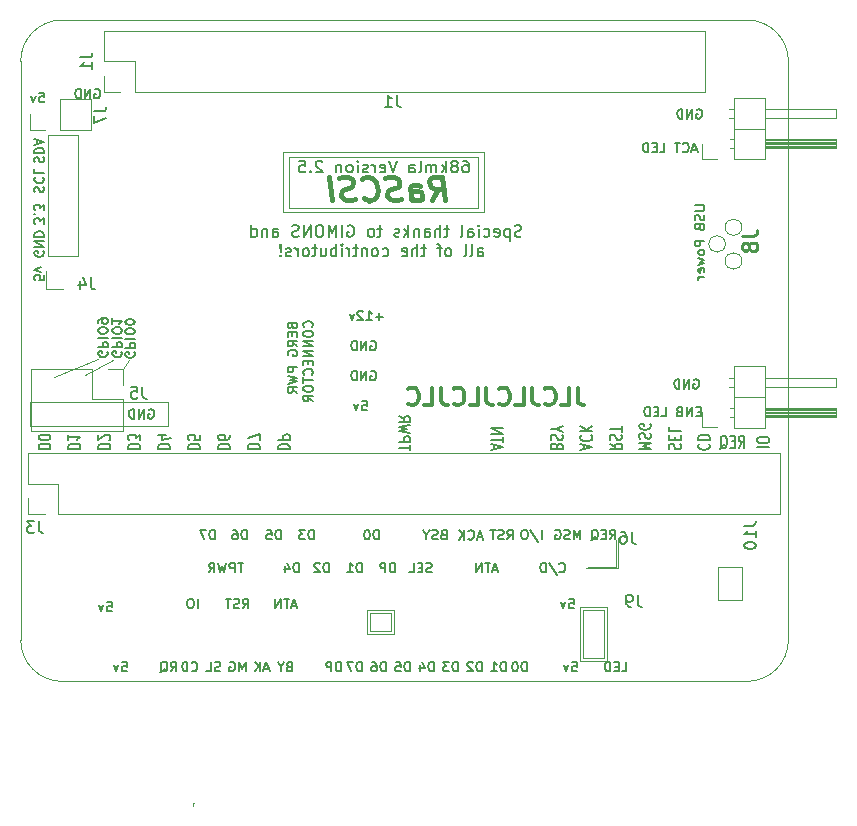
<source format=gbr>
%TF.GenerationSoftware,KiCad,Pcbnew,(5.1.9-16-g1737927814)-1*%
%TF.CreationDate,2021-07-31T16:14:36-05:00*%
%TF.ProjectId,rascsi_2p5,72617363-7369-45f3-9270-352e6b696361,rev?*%
%TF.SameCoordinates,PX59d60c0PY325aa00*%
%TF.FileFunction,Legend,Bot*%
%TF.FilePolarity,Positive*%
%FSLAX46Y46*%
G04 Gerber Fmt 4.6, Leading zero omitted, Abs format (unit mm)*
G04 Created by KiCad (PCBNEW (5.1.9-16-g1737927814)-1) date 2021-07-31 16:14:36*
%MOMM*%
%LPD*%
G01*
G04 APERTURE LIST*
%ADD10C,0.150000*%
%ADD11C,0.120000*%
%ADD12C,0.300000*%
%ADD13C,0.230000*%
%ADD14C,0.400000*%
%TA.AperFunction,Profile*%
%ADD15C,0.050000*%
%TD*%
G04 APERTURE END LIST*
D10*
X110965428Y-14837142D02*
X110355904Y-14837142D01*
X110660666Y-15141904D02*
X110660666Y-14532380D01*
X109555904Y-15141904D02*
X110013047Y-15141904D01*
X109784476Y-15141904D02*
X109784476Y-14341904D01*
X109860666Y-14456190D01*
X109936857Y-14532380D01*
X110013047Y-14570476D01*
X109251142Y-14418095D02*
X109213047Y-14380000D01*
X109136857Y-14341904D01*
X108946380Y-14341904D01*
X108870190Y-14380000D01*
X108832095Y-14418095D01*
X108794000Y-14494285D01*
X108794000Y-14570476D01*
X108832095Y-14684761D01*
X109289238Y-15141904D01*
X108794000Y-15141904D01*
X108527333Y-14608571D02*
X108336857Y-15141904D01*
X108146380Y-14608571D01*
X109949523Y-16920000D02*
X110025714Y-16881904D01*
X110140000Y-16881904D01*
X110254285Y-16920000D01*
X110330476Y-16996190D01*
X110368571Y-17072380D01*
X110406666Y-17224761D01*
X110406666Y-17339047D01*
X110368571Y-17491428D01*
X110330476Y-17567619D01*
X110254285Y-17643809D01*
X110140000Y-17681904D01*
X110063809Y-17681904D01*
X109949523Y-17643809D01*
X109911428Y-17605714D01*
X109911428Y-17339047D01*
X110063809Y-17339047D01*
X109568571Y-17681904D02*
X109568571Y-16881904D01*
X109111428Y-17681904D01*
X109111428Y-16881904D01*
X108730476Y-17681904D02*
X108730476Y-16881904D01*
X108540000Y-16881904D01*
X108425714Y-16920000D01*
X108349523Y-16996190D01*
X108311428Y-17072380D01*
X108273333Y-17224761D01*
X108273333Y-17339047D01*
X108311428Y-17491428D01*
X108349523Y-17567619D01*
X108425714Y-17643809D01*
X108540000Y-17681904D01*
X108730476Y-17681904D01*
X109949523Y-19460000D02*
X110025714Y-19421904D01*
X110140000Y-19421904D01*
X110254285Y-19460000D01*
X110330476Y-19536190D01*
X110368571Y-19612380D01*
X110406666Y-19764761D01*
X110406666Y-19879047D01*
X110368571Y-20031428D01*
X110330476Y-20107619D01*
X110254285Y-20183809D01*
X110140000Y-20221904D01*
X110063809Y-20221904D01*
X109949523Y-20183809D01*
X109911428Y-20145714D01*
X109911428Y-19879047D01*
X110063809Y-19879047D01*
X109568571Y-20221904D02*
X109568571Y-19421904D01*
X109111428Y-20221904D01*
X109111428Y-19421904D01*
X108730476Y-20221904D02*
X108730476Y-19421904D01*
X108540000Y-19421904D01*
X108425714Y-19460000D01*
X108349523Y-19536190D01*
X108311428Y-19612380D01*
X108273333Y-19764761D01*
X108273333Y-19879047D01*
X108311428Y-20031428D01*
X108349523Y-20107619D01*
X108425714Y-20183809D01*
X108540000Y-20221904D01*
X108730476Y-20221904D01*
X109200285Y-21961904D02*
X109581238Y-21961904D01*
X109619333Y-22342857D01*
X109581238Y-22304761D01*
X109505047Y-22266666D01*
X109314571Y-22266666D01*
X109238380Y-22304761D01*
X109200285Y-22342857D01*
X109162190Y-22419047D01*
X109162190Y-22609523D01*
X109200285Y-22685714D01*
X109238380Y-22723809D01*
X109314571Y-22761904D01*
X109505047Y-22761904D01*
X109581238Y-22723809D01*
X109619333Y-22685714D01*
X108895523Y-22228571D02*
X108705047Y-22761904D01*
X108514571Y-22228571D01*
X103273857Y-15618571D02*
X103311952Y-15732857D01*
X103350047Y-15770952D01*
X103426238Y-15809047D01*
X103540523Y-15809047D01*
X103616714Y-15770952D01*
X103654809Y-15732857D01*
X103692904Y-15656666D01*
X103692904Y-15351904D01*
X102892904Y-15351904D01*
X102892904Y-15618571D01*
X102931000Y-15694761D01*
X102969095Y-15732857D01*
X103045285Y-15770952D01*
X103121476Y-15770952D01*
X103197666Y-15732857D01*
X103235761Y-15694761D01*
X103273857Y-15618571D01*
X103273857Y-15351904D01*
X103273857Y-16151904D02*
X103273857Y-16418571D01*
X103692904Y-16532857D02*
X103692904Y-16151904D01*
X102892904Y-16151904D01*
X102892904Y-16532857D01*
X103692904Y-17332857D02*
X103311952Y-17066190D01*
X103692904Y-16875714D02*
X102892904Y-16875714D01*
X102892904Y-17180476D01*
X102931000Y-17256666D01*
X102969095Y-17294761D01*
X103045285Y-17332857D01*
X103159571Y-17332857D01*
X103235761Y-17294761D01*
X103273857Y-17256666D01*
X103311952Y-17180476D01*
X103311952Y-16875714D01*
X102931000Y-18094761D02*
X102892904Y-18018571D01*
X102892904Y-17904285D01*
X102931000Y-17790000D01*
X103007190Y-17713809D01*
X103083380Y-17675714D01*
X103235761Y-17637619D01*
X103350047Y-17637619D01*
X103502428Y-17675714D01*
X103578619Y-17713809D01*
X103654809Y-17790000D01*
X103692904Y-17904285D01*
X103692904Y-17980476D01*
X103654809Y-18094761D01*
X103616714Y-18132857D01*
X103350047Y-18132857D01*
X103350047Y-17980476D01*
X103692904Y-19085238D02*
X102892904Y-19085238D01*
X102892904Y-19390000D01*
X102931000Y-19466190D01*
X102969095Y-19504285D01*
X103045285Y-19542380D01*
X103159571Y-19542380D01*
X103235761Y-19504285D01*
X103273857Y-19466190D01*
X103311952Y-19390000D01*
X103311952Y-19085238D01*
X102892904Y-19809047D02*
X103692904Y-19999523D01*
X103121476Y-20151904D01*
X103692904Y-20304285D01*
X102892904Y-20494761D01*
X103692904Y-21256666D02*
X103311952Y-20990000D01*
X103692904Y-20799523D02*
X102892904Y-20799523D01*
X102892904Y-21104285D01*
X102931000Y-21180476D01*
X102969095Y-21218571D01*
X103045285Y-21256666D01*
X103159571Y-21256666D01*
X103235761Y-21218571D01*
X103273857Y-21180476D01*
X103311952Y-21104285D01*
X103311952Y-20799523D01*
X104966714Y-15694761D02*
X105004809Y-15656666D01*
X105042904Y-15542380D01*
X105042904Y-15466190D01*
X105004809Y-15351904D01*
X104928619Y-15275714D01*
X104852428Y-15237619D01*
X104700047Y-15199523D01*
X104585761Y-15199523D01*
X104433380Y-15237619D01*
X104357190Y-15275714D01*
X104281000Y-15351904D01*
X104242904Y-15466190D01*
X104242904Y-15542380D01*
X104281000Y-15656666D01*
X104319095Y-15694761D01*
X104242904Y-16190000D02*
X104242904Y-16342380D01*
X104281000Y-16418571D01*
X104357190Y-16494761D01*
X104509571Y-16532857D01*
X104776238Y-16532857D01*
X104928619Y-16494761D01*
X105004809Y-16418571D01*
X105042904Y-16342380D01*
X105042904Y-16190000D01*
X105004809Y-16113809D01*
X104928619Y-16037619D01*
X104776238Y-15999523D01*
X104509571Y-15999523D01*
X104357190Y-16037619D01*
X104281000Y-16113809D01*
X104242904Y-16190000D01*
X105042904Y-16875714D02*
X104242904Y-16875714D01*
X105042904Y-17332857D01*
X104242904Y-17332857D01*
X105042904Y-17713809D02*
X104242904Y-17713809D01*
X105042904Y-18170952D01*
X104242904Y-18170952D01*
X104623857Y-18551904D02*
X104623857Y-18818571D01*
X105042904Y-18932857D02*
X105042904Y-18551904D01*
X104242904Y-18551904D01*
X104242904Y-18932857D01*
X104966714Y-19732857D02*
X105004809Y-19694761D01*
X105042904Y-19580476D01*
X105042904Y-19504285D01*
X105004809Y-19390000D01*
X104928619Y-19313809D01*
X104852428Y-19275714D01*
X104700047Y-19237619D01*
X104585761Y-19237619D01*
X104433380Y-19275714D01*
X104357190Y-19313809D01*
X104281000Y-19390000D01*
X104242904Y-19504285D01*
X104242904Y-19580476D01*
X104281000Y-19694761D01*
X104319095Y-19732857D01*
X104242904Y-19961428D02*
X104242904Y-20418571D01*
X105042904Y-20190000D02*
X104242904Y-20190000D01*
X104242904Y-20837619D02*
X104242904Y-20990000D01*
X104281000Y-21066190D01*
X104357190Y-21142380D01*
X104509571Y-21180476D01*
X104776238Y-21180476D01*
X104928619Y-21142380D01*
X105004809Y-21066190D01*
X105042904Y-20990000D01*
X105042904Y-20837619D01*
X105004809Y-20761428D01*
X104928619Y-20685238D01*
X104776238Y-20647142D01*
X104509571Y-20647142D01*
X104357190Y-20685238D01*
X104281000Y-20761428D01*
X104242904Y-20837619D01*
X105042904Y-21980476D02*
X104661952Y-21713809D01*
X105042904Y-21523333D02*
X104242904Y-21523333D01*
X104242904Y-21828095D01*
X104281000Y-21904285D01*
X104319095Y-21942380D01*
X104395285Y-21980476D01*
X104509571Y-21980476D01*
X104585761Y-21942380D01*
X104623857Y-21904285D01*
X104661952Y-21828095D01*
X104661952Y-21523333D01*
X137882952Y-22850857D02*
X137616285Y-22850857D01*
X137502000Y-23269904D02*
X137882952Y-23269904D01*
X137882952Y-22469904D01*
X137502000Y-22469904D01*
X137159142Y-23269904D02*
X137159142Y-22469904D01*
X136702000Y-23269904D01*
X136702000Y-22469904D01*
X136054380Y-22850857D02*
X135940095Y-22888952D01*
X135902000Y-22927047D01*
X135863904Y-23003238D01*
X135863904Y-23117523D01*
X135902000Y-23193714D01*
X135940095Y-23231809D01*
X136016285Y-23269904D01*
X136321047Y-23269904D01*
X136321047Y-22469904D01*
X136054380Y-22469904D01*
X135978190Y-22508000D01*
X135940095Y-22546095D01*
X135902000Y-22622285D01*
X135902000Y-22698476D01*
X135940095Y-22774666D01*
X135978190Y-22812761D01*
X136054380Y-22850857D01*
X136321047Y-22850857D01*
X134530571Y-23269904D02*
X134911523Y-23269904D01*
X134911523Y-22469904D01*
X134263904Y-22850857D02*
X133997238Y-22850857D01*
X133882952Y-23269904D02*
X134263904Y-23269904D01*
X134263904Y-22469904D01*
X133882952Y-22469904D01*
X133540095Y-23269904D02*
X133540095Y-22469904D01*
X133349619Y-22469904D01*
X133235333Y-22508000D01*
X133159142Y-22584190D01*
X133121047Y-22660380D01*
X133082952Y-22812761D01*
X133082952Y-22927047D01*
X133121047Y-23079428D01*
X133159142Y-23155619D01*
X133235333Y-23231809D01*
X133349619Y-23269904D01*
X133540095Y-23269904D01*
X137295523Y-20142500D02*
X137371714Y-20104404D01*
X137486000Y-20104404D01*
X137600285Y-20142500D01*
X137676476Y-20218690D01*
X137714571Y-20294880D01*
X137752666Y-20447261D01*
X137752666Y-20561547D01*
X137714571Y-20713928D01*
X137676476Y-20790119D01*
X137600285Y-20866309D01*
X137486000Y-20904404D01*
X137409809Y-20904404D01*
X137295523Y-20866309D01*
X137257428Y-20828214D01*
X137257428Y-20561547D01*
X137409809Y-20561547D01*
X136914571Y-20904404D02*
X136914571Y-20104404D01*
X136457428Y-20904404D01*
X136457428Y-20104404D01*
X136076476Y-20904404D02*
X136076476Y-20104404D01*
X135886000Y-20104404D01*
X135771714Y-20142500D01*
X135695523Y-20218690D01*
X135657428Y-20294880D01*
X135619333Y-20447261D01*
X135619333Y-20561547D01*
X135657428Y-20713928D01*
X135695523Y-20790119D01*
X135771714Y-20866309D01*
X135886000Y-20904404D01*
X136076476Y-20904404D01*
X141558380Y-32512476D02*
X142272666Y-32512476D01*
X142415523Y-32464857D01*
X142510761Y-32369619D01*
X142558380Y-32226761D01*
X142558380Y-32131523D01*
X142558380Y-33512476D02*
X142558380Y-32941047D01*
X142558380Y-33226761D02*
X141558380Y-33226761D01*
X141701238Y-33131523D01*
X141796476Y-33036285D01*
X141844095Y-32941047D01*
X141558380Y-34131523D02*
X141558380Y-34226761D01*
X141606000Y-34322000D01*
X141653619Y-34369619D01*
X141748857Y-34417238D01*
X141939333Y-34464857D01*
X142177428Y-34464857D01*
X142367904Y-34417238D01*
X142463142Y-34369619D01*
X142510761Y-34322000D01*
X142558380Y-34226761D01*
X142558380Y-34131523D01*
X142510761Y-34036285D01*
X142463142Y-33988666D01*
X142367904Y-33941047D01*
X142177428Y-33893428D01*
X141939333Y-33893428D01*
X141748857Y-33941047D01*
X141653619Y-33988666D01*
X141606000Y-34036285D01*
X141558380Y-34131523D01*
X132533333Y-38362380D02*
X132533333Y-39076666D01*
X132580952Y-39219523D01*
X132676190Y-39314761D01*
X132819047Y-39362380D01*
X132914285Y-39362380D01*
X132009523Y-39362380D02*
X131819047Y-39362380D01*
X131723809Y-39314761D01*
X131676190Y-39267142D01*
X131580952Y-39124285D01*
X131533333Y-38933809D01*
X131533333Y-38552857D01*
X131580952Y-38457619D01*
X131628571Y-38410000D01*
X131723809Y-38362380D01*
X131914285Y-38362380D01*
X132009523Y-38410000D01*
X132057142Y-38457619D01*
X132104761Y-38552857D01*
X132104761Y-38790952D01*
X132057142Y-38886190D01*
X132009523Y-38933809D01*
X131914285Y-38981428D01*
X131723809Y-38981428D01*
X131628571Y-38933809D01*
X131580952Y-38886190D01*
X131533333Y-38790952D01*
D11*
X109594000Y-41704000D02*
X109594000Y-39672000D01*
X111880000Y-41704000D02*
X109594000Y-41704000D01*
X111880000Y-39672000D02*
X111880000Y-41704000D01*
X109594000Y-39672000D02*
X111880000Y-39672000D01*
X109848000Y-41450000D02*
X109848000Y-39926000D01*
X111626000Y-41450000D02*
X109848000Y-41450000D01*
X111626000Y-39926000D02*
X111626000Y-41450000D01*
X109848000Y-39926000D02*
X111626000Y-39926000D01*
X127628000Y-39418000D02*
X129914000Y-39418000D01*
X127628000Y-43990000D02*
X127628000Y-39418000D01*
X129914000Y-43990000D02*
X127628000Y-43990000D01*
X129914000Y-39418000D02*
X129914000Y-43990000D01*
X127882000Y-43736000D02*
X127882000Y-39672000D01*
X129660000Y-43736000D02*
X127882000Y-43736000D01*
X129660000Y-39672000D02*
X129660000Y-43736000D01*
X127882000Y-39672000D02*
X129660000Y-39672000D01*
D10*
X103650285Y-39297333D02*
X103269333Y-39297333D01*
X103726476Y-39525904D02*
X103459809Y-38725904D01*
X103193142Y-39525904D01*
X103040761Y-38725904D02*
X102583619Y-38725904D01*
X102812190Y-39525904D02*
X102812190Y-38725904D01*
X102316952Y-39525904D02*
X102316952Y-38725904D01*
X101859809Y-39525904D01*
X101859809Y-38725904D01*
X99110095Y-39525904D02*
X99376761Y-39144952D01*
X99567238Y-39525904D02*
X99567238Y-38725904D01*
X99262476Y-38725904D01*
X99186285Y-38764000D01*
X99148190Y-38802095D01*
X99110095Y-38878285D01*
X99110095Y-38992571D01*
X99148190Y-39068761D01*
X99186285Y-39106857D01*
X99262476Y-39144952D01*
X99567238Y-39144952D01*
X98805333Y-39487809D02*
X98691047Y-39525904D01*
X98500571Y-39525904D01*
X98424380Y-39487809D01*
X98386285Y-39449714D01*
X98348190Y-39373523D01*
X98348190Y-39297333D01*
X98386285Y-39221142D01*
X98424380Y-39183047D01*
X98500571Y-39144952D01*
X98652952Y-39106857D01*
X98729142Y-39068761D01*
X98767238Y-39030666D01*
X98805333Y-38954476D01*
X98805333Y-38878285D01*
X98767238Y-38802095D01*
X98729142Y-38764000D01*
X98652952Y-38725904D01*
X98462476Y-38725904D01*
X98348190Y-38764000D01*
X98119619Y-38725904D02*
X97662476Y-38725904D01*
X97891047Y-39525904D02*
X97891047Y-38725904D01*
X95281047Y-39525904D02*
X95281047Y-38725904D01*
X94747714Y-38725904D02*
X94595333Y-38725904D01*
X94519142Y-38764000D01*
X94442952Y-38840190D01*
X94404857Y-38992571D01*
X94404857Y-39259238D01*
X94442952Y-39411619D01*
X94519142Y-39487809D01*
X94595333Y-39525904D01*
X94747714Y-39525904D01*
X94823904Y-39487809D01*
X94900095Y-39411619D01*
X94938190Y-39259238D01*
X94938190Y-38992571D01*
X94900095Y-38840190D01*
X94823904Y-38764000D01*
X94747714Y-38725904D01*
X87610285Y-38979904D02*
X87991238Y-38979904D01*
X88029333Y-39360857D01*
X87991238Y-39322761D01*
X87915047Y-39284666D01*
X87724571Y-39284666D01*
X87648380Y-39322761D01*
X87610285Y-39360857D01*
X87572190Y-39437047D01*
X87572190Y-39627523D01*
X87610285Y-39703714D01*
X87648380Y-39741809D01*
X87724571Y-39779904D01*
X87915047Y-39779904D01*
X87991238Y-39741809D01*
X88029333Y-39703714D01*
X87305523Y-39246571D02*
X87115047Y-39779904D01*
X86924571Y-39246571D01*
X126726285Y-38725904D02*
X127107238Y-38725904D01*
X127145333Y-39106857D01*
X127107238Y-39068761D01*
X127031047Y-39030666D01*
X126840571Y-39030666D01*
X126764380Y-39068761D01*
X126726285Y-39106857D01*
X126688190Y-39183047D01*
X126688190Y-39373523D01*
X126726285Y-39449714D01*
X126764380Y-39487809D01*
X126840571Y-39525904D01*
X127031047Y-39525904D01*
X127107238Y-39487809D01*
X127145333Y-39449714D01*
X126421523Y-38992571D02*
X126231047Y-39525904D01*
X126040571Y-38992571D01*
X131190285Y-44859904D02*
X131571238Y-44859904D01*
X131571238Y-44059904D01*
X130923619Y-44440857D02*
X130656952Y-44440857D01*
X130542666Y-44859904D02*
X130923619Y-44859904D01*
X130923619Y-44059904D01*
X130542666Y-44059904D01*
X130199809Y-44859904D02*
X130199809Y-44059904D01*
X130009333Y-44059904D01*
X129895047Y-44098000D01*
X129818857Y-44174190D01*
X129780761Y-44250380D01*
X129742666Y-44402761D01*
X129742666Y-44517047D01*
X129780761Y-44669428D01*
X129818857Y-44745619D01*
X129895047Y-44821809D01*
X130009333Y-44859904D01*
X130199809Y-44859904D01*
X126980285Y-44059904D02*
X127361238Y-44059904D01*
X127399333Y-44440857D01*
X127361238Y-44402761D01*
X127285047Y-44364666D01*
X127094571Y-44364666D01*
X127018380Y-44402761D01*
X126980285Y-44440857D01*
X126942190Y-44517047D01*
X126942190Y-44707523D01*
X126980285Y-44783714D01*
X127018380Y-44821809D01*
X127094571Y-44859904D01*
X127285047Y-44859904D01*
X127361238Y-44821809D01*
X127399333Y-44783714D01*
X126675523Y-44326571D02*
X126485047Y-44859904D01*
X126294571Y-44326571D01*
X88880285Y-44059904D02*
X89261238Y-44059904D01*
X89299333Y-44440857D01*
X89261238Y-44402761D01*
X89185047Y-44364666D01*
X88994571Y-44364666D01*
X88918380Y-44402761D01*
X88880285Y-44440857D01*
X88842190Y-44517047D01*
X88842190Y-44707523D01*
X88880285Y-44783714D01*
X88918380Y-44821809D01*
X88994571Y-44859904D01*
X89185047Y-44859904D01*
X89261238Y-44821809D01*
X89299333Y-44783714D01*
X88575523Y-44326571D02*
X88385047Y-44859904D01*
X88194571Y-44326571D01*
X93001428Y-44859904D02*
X93268095Y-44478952D01*
X93458571Y-44859904D02*
X93458571Y-44059904D01*
X93153809Y-44059904D01*
X93077619Y-44098000D01*
X93039523Y-44136095D01*
X93001428Y-44212285D01*
X93001428Y-44326571D01*
X93039523Y-44402761D01*
X93077619Y-44440857D01*
X93153809Y-44478952D01*
X93458571Y-44478952D01*
X92125238Y-44936095D02*
X92201428Y-44898000D01*
X92277619Y-44821809D01*
X92391904Y-44707523D01*
X92468095Y-44669428D01*
X92544285Y-44669428D01*
X92506190Y-44859904D02*
X92582380Y-44821809D01*
X92658571Y-44745619D01*
X92696666Y-44593238D01*
X92696666Y-44326571D01*
X92658571Y-44174190D01*
X92582380Y-44098000D01*
X92506190Y-44059904D01*
X92353809Y-44059904D01*
X92277619Y-44098000D01*
X92201428Y-44174190D01*
X92163333Y-44326571D01*
X92163333Y-44593238D01*
X92201428Y-44745619D01*
X92277619Y-44821809D01*
X92353809Y-44859904D01*
X92506190Y-44859904D01*
X94760380Y-44783714D02*
X94798476Y-44821809D01*
X94912761Y-44859904D01*
X94988952Y-44859904D01*
X95103238Y-44821809D01*
X95179428Y-44745619D01*
X95217523Y-44669428D01*
X95255619Y-44517047D01*
X95255619Y-44402761D01*
X95217523Y-44250380D01*
X95179428Y-44174190D01*
X95103238Y-44098000D01*
X94988952Y-44059904D01*
X94912761Y-44059904D01*
X94798476Y-44098000D01*
X94760380Y-44136095D01*
X94417523Y-44859904D02*
X94417523Y-44059904D01*
X94227047Y-44059904D01*
X94112761Y-44098000D01*
X94036571Y-44174190D01*
X93998476Y-44250380D01*
X93960380Y-44402761D01*
X93960380Y-44517047D01*
X93998476Y-44669428D01*
X94036571Y-44745619D01*
X94112761Y-44821809D01*
X94227047Y-44859904D01*
X94417523Y-44859904D01*
X97192380Y-44821809D02*
X97078095Y-44859904D01*
X96887619Y-44859904D01*
X96811428Y-44821809D01*
X96773333Y-44783714D01*
X96735238Y-44707523D01*
X96735238Y-44631333D01*
X96773333Y-44555142D01*
X96811428Y-44517047D01*
X96887619Y-44478952D01*
X97040000Y-44440857D01*
X97116190Y-44402761D01*
X97154285Y-44364666D01*
X97192380Y-44288476D01*
X97192380Y-44212285D01*
X97154285Y-44136095D01*
X97116190Y-44098000D01*
X97040000Y-44059904D01*
X96849523Y-44059904D01*
X96735238Y-44098000D01*
X96011428Y-44859904D02*
X96392380Y-44859904D01*
X96392380Y-44059904D01*
X99338666Y-44859904D02*
X99338666Y-44059904D01*
X99072000Y-44631333D01*
X98805333Y-44059904D01*
X98805333Y-44859904D01*
X98005333Y-44098000D02*
X98081523Y-44059904D01*
X98195809Y-44059904D01*
X98310095Y-44098000D01*
X98386285Y-44174190D01*
X98424380Y-44250380D01*
X98462476Y-44402761D01*
X98462476Y-44517047D01*
X98424380Y-44669428D01*
X98386285Y-44745619D01*
X98310095Y-44821809D01*
X98195809Y-44859904D01*
X98119619Y-44859904D01*
X98005333Y-44821809D01*
X97967238Y-44783714D01*
X97967238Y-44517047D01*
X98119619Y-44517047D01*
X101294476Y-44631333D02*
X100913523Y-44631333D01*
X101370666Y-44859904D02*
X101104000Y-44059904D01*
X100837333Y-44859904D01*
X100570666Y-44859904D02*
X100570666Y-44059904D01*
X100113523Y-44859904D02*
X100456380Y-44402761D01*
X100113523Y-44059904D02*
X100570666Y-44517047D01*
X103021714Y-44440857D02*
X102907428Y-44478952D01*
X102869333Y-44517047D01*
X102831238Y-44593238D01*
X102831238Y-44707523D01*
X102869333Y-44783714D01*
X102907428Y-44821809D01*
X102983619Y-44859904D01*
X103288380Y-44859904D01*
X103288380Y-44059904D01*
X103021714Y-44059904D01*
X102945523Y-44098000D01*
X102907428Y-44136095D01*
X102869333Y-44212285D01*
X102869333Y-44288476D01*
X102907428Y-44364666D01*
X102945523Y-44402761D01*
X103021714Y-44440857D01*
X103288380Y-44440857D01*
X102336000Y-44478952D02*
X102336000Y-44859904D01*
X102602666Y-44059904D02*
X102336000Y-44478952D01*
X102069333Y-44059904D01*
X123138476Y-44859904D02*
X123138476Y-44059904D01*
X122948000Y-44059904D01*
X122833714Y-44098000D01*
X122757523Y-44174190D01*
X122719428Y-44250380D01*
X122681333Y-44402761D01*
X122681333Y-44517047D01*
X122719428Y-44669428D01*
X122757523Y-44745619D01*
X122833714Y-44821809D01*
X122948000Y-44859904D01*
X123138476Y-44859904D01*
X122186095Y-44059904D02*
X122109904Y-44059904D01*
X122033714Y-44098000D01*
X121995619Y-44136095D01*
X121957523Y-44212285D01*
X121919428Y-44364666D01*
X121919428Y-44555142D01*
X121957523Y-44707523D01*
X121995619Y-44783714D01*
X122033714Y-44821809D01*
X122109904Y-44859904D01*
X122186095Y-44859904D01*
X122262285Y-44821809D01*
X122300380Y-44783714D01*
X122338476Y-44707523D01*
X122376571Y-44555142D01*
X122376571Y-44364666D01*
X122338476Y-44212285D01*
X122300380Y-44136095D01*
X122262285Y-44098000D01*
X122186095Y-44059904D01*
X121360476Y-44859904D02*
X121360476Y-44059904D01*
X121170000Y-44059904D01*
X121055714Y-44098000D01*
X120979523Y-44174190D01*
X120941428Y-44250380D01*
X120903333Y-44402761D01*
X120903333Y-44517047D01*
X120941428Y-44669428D01*
X120979523Y-44745619D01*
X121055714Y-44821809D01*
X121170000Y-44859904D01*
X121360476Y-44859904D01*
X120141428Y-44859904D02*
X120598571Y-44859904D01*
X120370000Y-44859904D02*
X120370000Y-44059904D01*
X120446190Y-44174190D01*
X120522380Y-44250380D01*
X120598571Y-44288476D01*
X119328476Y-44859904D02*
X119328476Y-44059904D01*
X119138000Y-44059904D01*
X119023714Y-44098000D01*
X118947523Y-44174190D01*
X118909428Y-44250380D01*
X118871333Y-44402761D01*
X118871333Y-44517047D01*
X118909428Y-44669428D01*
X118947523Y-44745619D01*
X119023714Y-44821809D01*
X119138000Y-44859904D01*
X119328476Y-44859904D01*
X118566571Y-44136095D02*
X118528476Y-44098000D01*
X118452285Y-44059904D01*
X118261809Y-44059904D01*
X118185619Y-44098000D01*
X118147523Y-44136095D01*
X118109428Y-44212285D01*
X118109428Y-44288476D01*
X118147523Y-44402761D01*
X118604666Y-44859904D01*
X118109428Y-44859904D01*
X117296476Y-44859904D02*
X117296476Y-44059904D01*
X117106000Y-44059904D01*
X116991714Y-44098000D01*
X116915523Y-44174190D01*
X116877428Y-44250380D01*
X116839333Y-44402761D01*
X116839333Y-44517047D01*
X116877428Y-44669428D01*
X116915523Y-44745619D01*
X116991714Y-44821809D01*
X117106000Y-44859904D01*
X117296476Y-44859904D01*
X116572666Y-44059904D02*
X116077428Y-44059904D01*
X116344095Y-44364666D01*
X116229809Y-44364666D01*
X116153619Y-44402761D01*
X116115523Y-44440857D01*
X116077428Y-44517047D01*
X116077428Y-44707523D01*
X116115523Y-44783714D01*
X116153619Y-44821809D01*
X116229809Y-44859904D01*
X116458380Y-44859904D01*
X116534571Y-44821809D01*
X116572666Y-44783714D01*
X115264476Y-44859904D02*
X115264476Y-44059904D01*
X115074000Y-44059904D01*
X114959714Y-44098000D01*
X114883523Y-44174190D01*
X114845428Y-44250380D01*
X114807333Y-44402761D01*
X114807333Y-44517047D01*
X114845428Y-44669428D01*
X114883523Y-44745619D01*
X114959714Y-44821809D01*
X115074000Y-44859904D01*
X115264476Y-44859904D01*
X114121619Y-44326571D02*
X114121619Y-44859904D01*
X114312095Y-44021809D02*
X114502571Y-44593238D01*
X114007333Y-44593238D01*
X113232476Y-44859904D02*
X113232476Y-44059904D01*
X113042000Y-44059904D01*
X112927714Y-44098000D01*
X112851523Y-44174190D01*
X112813428Y-44250380D01*
X112775333Y-44402761D01*
X112775333Y-44517047D01*
X112813428Y-44669428D01*
X112851523Y-44745619D01*
X112927714Y-44821809D01*
X113042000Y-44859904D01*
X113232476Y-44859904D01*
X112051523Y-44059904D02*
X112432476Y-44059904D01*
X112470571Y-44440857D01*
X112432476Y-44402761D01*
X112356285Y-44364666D01*
X112165809Y-44364666D01*
X112089619Y-44402761D01*
X112051523Y-44440857D01*
X112013428Y-44517047D01*
X112013428Y-44707523D01*
X112051523Y-44783714D01*
X112089619Y-44821809D01*
X112165809Y-44859904D01*
X112356285Y-44859904D01*
X112432476Y-44821809D01*
X112470571Y-44783714D01*
X111200476Y-44859904D02*
X111200476Y-44059904D01*
X111010000Y-44059904D01*
X110895714Y-44098000D01*
X110819523Y-44174190D01*
X110781428Y-44250380D01*
X110743333Y-44402761D01*
X110743333Y-44517047D01*
X110781428Y-44669428D01*
X110819523Y-44745619D01*
X110895714Y-44821809D01*
X111010000Y-44859904D01*
X111200476Y-44859904D01*
X110057619Y-44059904D02*
X110210000Y-44059904D01*
X110286190Y-44098000D01*
X110324285Y-44136095D01*
X110400476Y-44250380D01*
X110438571Y-44402761D01*
X110438571Y-44707523D01*
X110400476Y-44783714D01*
X110362380Y-44821809D01*
X110286190Y-44859904D01*
X110133809Y-44859904D01*
X110057619Y-44821809D01*
X110019523Y-44783714D01*
X109981428Y-44707523D01*
X109981428Y-44517047D01*
X110019523Y-44440857D01*
X110057619Y-44402761D01*
X110133809Y-44364666D01*
X110286190Y-44364666D01*
X110362380Y-44402761D01*
X110400476Y-44440857D01*
X110438571Y-44517047D01*
X109168476Y-44859904D02*
X109168476Y-44059904D01*
X108978000Y-44059904D01*
X108863714Y-44098000D01*
X108787523Y-44174190D01*
X108749428Y-44250380D01*
X108711333Y-44402761D01*
X108711333Y-44517047D01*
X108749428Y-44669428D01*
X108787523Y-44745619D01*
X108863714Y-44821809D01*
X108978000Y-44859904D01*
X109168476Y-44859904D01*
X108444666Y-44059904D02*
X107911333Y-44059904D01*
X108254190Y-44859904D01*
X107409523Y-44859904D02*
X107409523Y-44059904D01*
X107219047Y-44059904D01*
X107104761Y-44098000D01*
X107028571Y-44174190D01*
X106990476Y-44250380D01*
X106952380Y-44402761D01*
X106952380Y-44517047D01*
X106990476Y-44669428D01*
X107028571Y-44745619D01*
X107104761Y-44821809D01*
X107219047Y-44859904D01*
X107409523Y-44859904D01*
X106609523Y-44859904D02*
X106609523Y-44059904D01*
X106304761Y-44059904D01*
X106228571Y-44098000D01*
X106190476Y-44136095D01*
X106152380Y-44212285D01*
X106152380Y-44326571D01*
X106190476Y-44402761D01*
X106228571Y-44440857D01*
X106304761Y-44478952D01*
X106609523Y-44478952D01*
D12*
X127444571Y-20816571D02*
X127444571Y-21888000D01*
X127516000Y-22102285D01*
X127658857Y-22245142D01*
X127873142Y-22316571D01*
X128016000Y-22316571D01*
X126016000Y-22316571D02*
X126730285Y-22316571D01*
X126730285Y-20816571D01*
X124658857Y-22173714D02*
X124730285Y-22245142D01*
X124944571Y-22316571D01*
X125087428Y-22316571D01*
X125301714Y-22245142D01*
X125444571Y-22102285D01*
X125516000Y-21959428D01*
X125587428Y-21673714D01*
X125587428Y-21459428D01*
X125516000Y-21173714D01*
X125444571Y-21030857D01*
X125301714Y-20888000D01*
X125087428Y-20816571D01*
X124944571Y-20816571D01*
X124730285Y-20888000D01*
X124658857Y-20959428D01*
X123587428Y-20816571D02*
X123587428Y-21888000D01*
X123658857Y-22102285D01*
X123801714Y-22245142D01*
X124016000Y-22316571D01*
X124158857Y-22316571D01*
X122158857Y-22316571D02*
X122873142Y-22316571D01*
X122873142Y-20816571D01*
X120801714Y-22173714D02*
X120873142Y-22245142D01*
X121087428Y-22316571D01*
X121230285Y-22316571D01*
X121444571Y-22245142D01*
X121587428Y-22102285D01*
X121658857Y-21959428D01*
X121730285Y-21673714D01*
X121730285Y-21459428D01*
X121658857Y-21173714D01*
X121587428Y-21030857D01*
X121444571Y-20888000D01*
X121230285Y-20816571D01*
X121087428Y-20816571D01*
X120873142Y-20888000D01*
X120801714Y-20959428D01*
X119730285Y-20816571D02*
X119730285Y-21888000D01*
X119801714Y-22102285D01*
X119944571Y-22245142D01*
X120158857Y-22316571D01*
X120301714Y-22316571D01*
X118301714Y-22316571D02*
X119016000Y-22316571D01*
X119016000Y-20816571D01*
X116944571Y-22173714D02*
X117016000Y-22245142D01*
X117230285Y-22316571D01*
X117373142Y-22316571D01*
X117587428Y-22245142D01*
X117730285Y-22102285D01*
X117801714Y-21959428D01*
X117873142Y-21673714D01*
X117873142Y-21459428D01*
X117801714Y-21173714D01*
X117730285Y-21030857D01*
X117587428Y-20888000D01*
X117373142Y-20816571D01*
X117230285Y-20816571D01*
X117016000Y-20888000D01*
X116944571Y-20959428D01*
X115873142Y-20816571D02*
X115873142Y-21888000D01*
X115944571Y-22102285D01*
X116087428Y-22245142D01*
X116301714Y-22316571D01*
X116444571Y-22316571D01*
X114444571Y-22316571D02*
X115158857Y-22316571D01*
X115158857Y-20816571D01*
X113087428Y-22173714D02*
X113158857Y-22245142D01*
X113373142Y-22316571D01*
X113516000Y-22316571D01*
X113730285Y-22245142D01*
X113873142Y-22102285D01*
X113944571Y-21959428D01*
X114016000Y-21673714D01*
X114016000Y-21459428D01*
X113944571Y-21173714D01*
X113873142Y-21030857D01*
X113730285Y-20888000D01*
X113516000Y-20816571D01*
X113373142Y-20816571D01*
X113158857Y-20888000D01*
X113087428Y-20959428D01*
D10*
X124402095Y-33683904D02*
X124402095Y-32883904D01*
X123449714Y-32845809D02*
X124135428Y-33874380D01*
X123030666Y-32883904D02*
X122878285Y-32883904D01*
X122802095Y-32922000D01*
X122725904Y-32998190D01*
X122687809Y-33150571D01*
X122687809Y-33417238D01*
X122725904Y-33569619D01*
X122802095Y-33645809D01*
X122878285Y-33683904D01*
X123030666Y-33683904D01*
X123106857Y-33645809D01*
X123183047Y-33569619D01*
X123221142Y-33417238D01*
X123221142Y-33150571D01*
X123183047Y-32998190D01*
X123106857Y-32922000D01*
X123030666Y-32883904D01*
X121503095Y-33683904D02*
X121769761Y-33302952D01*
X121960238Y-33683904D02*
X121960238Y-32883904D01*
X121655476Y-32883904D01*
X121579285Y-32922000D01*
X121541190Y-32960095D01*
X121503095Y-33036285D01*
X121503095Y-33150571D01*
X121541190Y-33226761D01*
X121579285Y-33264857D01*
X121655476Y-33302952D01*
X121960238Y-33302952D01*
X121198333Y-33645809D02*
X121084047Y-33683904D01*
X120893571Y-33683904D01*
X120817380Y-33645809D01*
X120779285Y-33607714D01*
X120741190Y-33531523D01*
X120741190Y-33455333D01*
X120779285Y-33379142D01*
X120817380Y-33341047D01*
X120893571Y-33302952D01*
X121045952Y-33264857D01*
X121122142Y-33226761D01*
X121160238Y-33188666D01*
X121198333Y-33112476D01*
X121198333Y-33036285D01*
X121160238Y-32960095D01*
X121122142Y-32922000D01*
X121045952Y-32883904D01*
X120855476Y-32883904D01*
X120741190Y-32922000D01*
X120512619Y-32883904D02*
X120055476Y-32883904D01*
X120284047Y-33683904D02*
X120284047Y-32883904D01*
X115080285Y-36439809D02*
X114966000Y-36477904D01*
X114775523Y-36477904D01*
X114699333Y-36439809D01*
X114661238Y-36401714D01*
X114623142Y-36325523D01*
X114623142Y-36249333D01*
X114661238Y-36173142D01*
X114699333Y-36135047D01*
X114775523Y-36096952D01*
X114927904Y-36058857D01*
X115004095Y-36020761D01*
X115042190Y-35982666D01*
X115080285Y-35906476D01*
X115080285Y-35830285D01*
X115042190Y-35754095D01*
X115004095Y-35716000D01*
X114927904Y-35677904D01*
X114737428Y-35677904D01*
X114623142Y-35716000D01*
X114280285Y-36058857D02*
X114013619Y-36058857D01*
X113899333Y-36477904D02*
X114280285Y-36477904D01*
X114280285Y-35677904D01*
X113899333Y-35677904D01*
X113175523Y-36477904D02*
X113556476Y-36477904D01*
X113556476Y-35677904D01*
X110606476Y-33683904D02*
X110606476Y-32883904D01*
X110416000Y-32883904D01*
X110301714Y-32922000D01*
X110225523Y-32998190D01*
X110187428Y-33074380D01*
X110149333Y-33226761D01*
X110149333Y-33341047D01*
X110187428Y-33493428D01*
X110225523Y-33569619D01*
X110301714Y-33645809D01*
X110416000Y-33683904D01*
X110606476Y-33683904D01*
X109654095Y-32883904D02*
X109577904Y-32883904D01*
X109501714Y-32922000D01*
X109463619Y-32960095D01*
X109425523Y-33036285D01*
X109387428Y-33188666D01*
X109387428Y-33379142D01*
X109425523Y-33531523D01*
X109463619Y-33607714D01*
X109501714Y-33645809D01*
X109577904Y-33683904D01*
X109654095Y-33683904D01*
X109730285Y-33645809D01*
X109768380Y-33607714D01*
X109806476Y-33531523D01*
X109844571Y-33379142D01*
X109844571Y-33188666D01*
X109806476Y-33036285D01*
X109768380Y-32960095D01*
X109730285Y-32922000D01*
X109654095Y-32883904D01*
X102310476Y-33683904D02*
X102310476Y-32883904D01*
X102120000Y-32883904D01*
X102005714Y-32922000D01*
X101929523Y-32998190D01*
X101891428Y-33074380D01*
X101853333Y-33226761D01*
X101853333Y-33341047D01*
X101891428Y-33493428D01*
X101929523Y-33569619D01*
X102005714Y-33645809D01*
X102120000Y-33683904D01*
X102310476Y-33683904D01*
X101129523Y-32883904D02*
X101510476Y-32883904D01*
X101548571Y-33264857D01*
X101510476Y-33226761D01*
X101434285Y-33188666D01*
X101243809Y-33188666D01*
X101167619Y-33226761D01*
X101129523Y-33264857D01*
X101091428Y-33341047D01*
X101091428Y-33531523D01*
X101129523Y-33607714D01*
X101167619Y-33645809D01*
X101243809Y-33683904D01*
X101434285Y-33683904D01*
X101510476Y-33645809D01*
X101548571Y-33607714D01*
X116102666Y-33264857D02*
X115988380Y-33302952D01*
X115950285Y-33341047D01*
X115912190Y-33417238D01*
X115912190Y-33531523D01*
X115950285Y-33607714D01*
X115988380Y-33645809D01*
X116064571Y-33683904D01*
X116369333Y-33683904D01*
X116369333Y-32883904D01*
X116102666Y-32883904D01*
X116026476Y-32922000D01*
X115988380Y-32960095D01*
X115950285Y-33036285D01*
X115950285Y-33112476D01*
X115988380Y-33188666D01*
X116026476Y-33226761D01*
X116102666Y-33264857D01*
X116369333Y-33264857D01*
X115607428Y-33645809D02*
X115493142Y-33683904D01*
X115302666Y-33683904D01*
X115226476Y-33645809D01*
X115188380Y-33607714D01*
X115150285Y-33531523D01*
X115150285Y-33455333D01*
X115188380Y-33379142D01*
X115226476Y-33341047D01*
X115302666Y-33302952D01*
X115455047Y-33264857D01*
X115531238Y-33226761D01*
X115569333Y-33188666D01*
X115607428Y-33112476D01*
X115607428Y-33036285D01*
X115569333Y-32960095D01*
X115531238Y-32922000D01*
X115455047Y-32883904D01*
X115264571Y-32883904D01*
X115150285Y-32922000D01*
X114655047Y-33302952D02*
X114655047Y-33683904D01*
X114921714Y-32883904D02*
X114655047Y-33302952D01*
X114388380Y-32883904D01*
X99430476Y-33683904D02*
X99430476Y-32883904D01*
X99240000Y-32883904D01*
X99125714Y-32922000D01*
X99049523Y-32998190D01*
X99011428Y-33074380D01*
X98973333Y-33226761D01*
X98973333Y-33341047D01*
X99011428Y-33493428D01*
X99049523Y-33569619D01*
X99125714Y-33645809D01*
X99240000Y-33683904D01*
X99430476Y-33683904D01*
X98287619Y-32883904D02*
X98440000Y-32883904D01*
X98516190Y-32922000D01*
X98554285Y-32960095D01*
X98630476Y-33074380D01*
X98668571Y-33226761D01*
X98668571Y-33531523D01*
X98630476Y-33607714D01*
X98592380Y-33645809D01*
X98516190Y-33683904D01*
X98363809Y-33683904D01*
X98287619Y-33645809D01*
X98249523Y-33607714D01*
X98211428Y-33531523D01*
X98211428Y-33341047D01*
X98249523Y-33264857D01*
X98287619Y-33226761D01*
X98363809Y-33188666D01*
X98516190Y-33188666D01*
X98592380Y-33226761D01*
X98630476Y-33264857D01*
X98668571Y-33341047D01*
X109168476Y-36477904D02*
X109168476Y-35677904D01*
X108978000Y-35677904D01*
X108863714Y-35716000D01*
X108787523Y-35792190D01*
X108749428Y-35868380D01*
X108711333Y-36020761D01*
X108711333Y-36135047D01*
X108749428Y-36287428D01*
X108787523Y-36363619D01*
X108863714Y-36439809D01*
X108978000Y-36477904D01*
X109168476Y-36477904D01*
X107949428Y-36477904D02*
X108406571Y-36477904D01*
X108178000Y-36477904D02*
X108178000Y-35677904D01*
X108254190Y-35792190D01*
X108330380Y-35868380D01*
X108406571Y-35906476D01*
X103834476Y-36477904D02*
X103834476Y-35677904D01*
X103644000Y-35677904D01*
X103529714Y-35716000D01*
X103453523Y-35792190D01*
X103415428Y-35868380D01*
X103377333Y-36020761D01*
X103377333Y-36135047D01*
X103415428Y-36287428D01*
X103453523Y-36363619D01*
X103529714Y-36439809D01*
X103644000Y-36477904D01*
X103834476Y-36477904D01*
X102691619Y-35944571D02*
X102691619Y-36477904D01*
X102882095Y-35639809D02*
X103072571Y-36211238D01*
X102577333Y-36211238D01*
X106374476Y-36477904D02*
X106374476Y-35677904D01*
X106184000Y-35677904D01*
X106069714Y-35716000D01*
X105993523Y-35792190D01*
X105955428Y-35868380D01*
X105917333Y-36020761D01*
X105917333Y-36135047D01*
X105955428Y-36287428D01*
X105993523Y-36363619D01*
X106069714Y-36439809D01*
X106184000Y-36477904D01*
X106374476Y-36477904D01*
X105612571Y-35754095D02*
X105574476Y-35716000D01*
X105498285Y-35677904D01*
X105307809Y-35677904D01*
X105231619Y-35716000D01*
X105193523Y-35754095D01*
X105155428Y-35830285D01*
X105155428Y-35906476D01*
X105193523Y-36020761D01*
X105650666Y-36477904D01*
X105155428Y-36477904D01*
X127659619Y-33683904D02*
X127659619Y-32883904D01*
X127392952Y-33455333D01*
X127126285Y-32883904D01*
X127126285Y-33683904D01*
X126783428Y-33645809D02*
X126669142Y-33683904D01*
X126478666Y-33683904D01*
X126402476Y-33645809D01*
X126364380Y-33607714D01*
X126326285Y-33531523D01*
X126326285Y-33455333D01*
X126364380Y-33379142D01*
X126402476Y-33341047D01*
X126478666Y-33302952D01*
X126631047Y-33264857D01*
X126707238Y-33226761D01*
X126745333Y-33188666D01*
X126783428Y-33112476D01*
X126783428Y-33036285D01*
X126745333Y-32960095D01*
X126707238Y-32922000D01*
X126631047Y-32883904D01*
X126440571Y-32883904D01*
X126326285Y-32922000D01*
X125564380Y-32922000D02*
X125640571Y-32883904D01*
X125754857Y-32883904D01*
X125869142Y-32922000D01*
X125945333Y-32998190D01*
X125983428Y-33074380D01*
X126021523Y-33226761D01*
X126021523Y-33341047D01*
X125983428Y-33493428D01*
X125945333Y-33569619D01*
X125869142Y-33645809D01*
X125754857Y-33683904D01*
X125678666Y-33683904D01*
X125564380Y-33645809D01*
X125526285Y-33607714D01*
X125526285Y-33341047D01*
X125678666Y-33341047D01*
X99141714Y-35677904D02*
X98684571Y-35677904D01*
X98913142Y-36477904D02*
X98913142Y-35677904D01*
X98417904Y-36477904D02*
X98417904Y-35677904D01*
X98113142Y-35677904D01*
X98036952Y-35716000D01*
X97998857Y-35754095D01*
X97960761Y-35830285D01*
X97960761Y-35944571D01*
X97998857Y-36020761D01*
X98036952Y-36058857D01*
X98113142Y-36096952D01*
X98417904Y-36096952D01*
X97694095Y-35677904D02*
X97503619Y-36477904D01*
X97351238Y-35906476D01*
X97198857Y-36477904D01*
X97008380Y-35677904D01*
X96246476Y-36477904D02*
X96513142Y-36096952D01*
X96703619Y-36477904D02*
X96703619Y-35677904D01*
X96398857Y-35677904D01*
X96322666Y-35716000D01*
X96284571Y-35754095D01*
X96246476Y-35830285D01*
X96246476Y-35944571D01*
X96284571Y-36020761D01*
X96322666Y-36058857D01*
X96398857Y-36096952D01*
X96703619Y-36096952D01*
X105104476Y-33683904D02*
X105104476Y-32883904D01*
X104914000Y-32883904D01*
X104799714Y-32922000D01*
X104723523Y-32998190D01*
X104685428Y-33074380D01*
X104647333Y-33226761D01*
X104647333Y-33341047D01*
X104685428Y-33493428D01*
X104723523Y-33569619D01*
X104799714Y-33645809D01*
X104914000Y-33683904D01*
X105104476Y-33683904D01*
X104380666Y-32883904D02*
X103885428Y-32883904D01*
X104152095Y-33188666D01*
X104037809Y-33188666D01*
X103961619Y-33226761D01*
X103923523Y-33264857D01*
X103885428Y-33341047D01*
X103885428Y-33531523D01*
X103923523Y-33607714D01*
X103961619Y-33645809D01*
X104037809Y-33683904D01*
X104266380Y-33683904D01*
X104342571Y-33645809D01*
X104380666Y-33607714D01*
X125913428Y-36401714D02*
X125951523Y-36439809D01*
X126065809Y-36477904D01*
X126142000Y-36477904D01*
X126256285Y-36439809D01*
X126332476Y-36363619D01*
X126370571Y-36287428D01*
X126408666Y-36135047D01*
X126408666Y-36020761D01*
X126370571Y-35868380D01*
X126332476Y-35792190D01*
X126256285Y-35716000D01*
X126142000Y-35677904D01*
X126065809Y-35677904D01*
X125951523Y-35716000D01*
X125913428Y-35754095D01*
X124999142Y-35639809D02*
X125684857Y-36668380D01*
X124732476Y-36477904D02*
X124732476Y-35677904D01*
X124542000Y-35677904D01*
X124427714Y-35716000D01*
X124351523Y-35792190D01*
X124313428Y-35868380D01*
X124275333Y-36020761D01*
X124275333Y-36135047D01*
X124313428Y-36287428D01*
X124351523Y-36363619D01*
X124427714Y-36439809D01*
X124542000Y-36477904D01*
X124732476Y-36477904D01*
X119388476Y-33458429D02*
X119007523Y-33458429D01*
X119464666Y-33687000D02*
X119198000Y-32887000D01*
X118931333Y-33687000D01*
X118207523Y-33610810D02*
X118245619Y-33648905D01*
X118359904Y-33687000D01*
X118436095Y-33687000D01*
X118550380Y-33648905D01*
X118626571Y-33572715D01*
X118664666Y-33496524D01*
X118702761Y-33344143D01*
X118702761Y-33229857D01*
X118664666Y-33077476D01*
X118626571Y-33001286D01*
X118550380Y-32925096D01*
X118436095Y-32887000D01*
X118359904Y-32887000D01*
X118245619Y-32925096D01*
X118207523Y-32963191D01*
X117864666Y-33687000D02*
X117864666Y-32887000D01*
X117407523Y-33687000D02*
X117750380Y-33229857D01*
X117407523Y-32887000D02*
X117864666Y-33344143D01*
X120668285Y-36249333D02*
X120287333Y-36249333D01*
X120744476Y-36477904D02*
X120477809Y-35677904D01*
X120211142Y-36477904D01*
X120058761Y-35677904D02*
X119601619Y-35677904D01*
X119830190Y-36477904D02*
X119830190Y-35677904D01*
X119334952Y-36477904D02*
X119334952Y-35677904D01*
X118877809Y-36477904D01*
X118877809Y-35677904D01*
X111981523Y-36477904D02*
X111981523Y-35677904D01*
X111791047Y-35677904D01*
X111676761Y-35716000D01*
X111600571Y-35792190D01*
X111562476Y-35868380D01*
X111524380Y-36020761D01*
X111524380Y-36135047D01*
X111562476Y-36287428D01*
X111600571Y-36363619D01*
X111676761Y-36439809D01*
X111791047Y-36477904D01*
X111981523Y-36477904D01*
X111181523Y-36477904D02*
X111181523Y-35677904D01*
X110876761Y-35677904D01*
X110800571Y-35716000D01*
X110762476Y-35754095D01*
X110724380Y-35830285D01*
X110724380Y-35944571D01*
X110762476Y-36020761D01*
X110800571Y-36058857D01*
X110876761Y-36096952D01*
X111181523Y-36096952D01*
X96722476Y-33683904D02*
X96722476Y-32883904D01*
X96532000Y-32883904D01*
X96417714Y-32922000D01*
X96341523Y-32998190D01*
X96303428Y-33074380D01*
X96265333Y-33226761D01*
X96265333Y-33341047D01*
X96303428Y-33493428D01*
X96341523Y-33569619D01*
X96417714Y-33645809D01*
X96532000Y-33683904D01*
X96722476Y-33683904D01*
X95998666Y-32883904D02*
X95465333Y-32883904D01*
X95808190Y-33683904D01*
X130193333Y-33648904D02*
X130460000Y-33267952D01*
X130650476Y-33648904D02*
X130650476Y-32848904D01*
X130345714Y-32848904D01*
X130269523Y-32887000D01*
X130231428Y-32925095D01*
X130193333Y-33001285D01*
X130193333Y-33115571D01*
X130231428Y-33191761D01*
X130269523Y-33229857D01*
X130345714Y-33267952D01*
X130650476Y-33267952D01*
X129850476Y-33229857D02*
X129583809Y-33229857D01*
X129469523Y-33648904D02*
X129850476Y-33648904D01*
X129850476Y-32848904D01*
X129469523Y-32848904D01*
X128593333Y-33725095D02*
X128669523Y-33687000D01*
X128745714Y-33610809D01*
X128860000Y-33496523D01*
X128936190Y-33458428D01*
X129012380Y-33458428D01*
X128974285Y-33648904D02*
X129050476Y-33610809D01*
X129126666Y-33534619D01*
X129164761Y-33382238D01*
X129164761Y-33115571D01*
X129126666Y-32963190D01*
X129050476Y-32887000D01*
X128974285Y-32848904D01*
X128821904Y-32848904D01*
X128745714Y-32887000D01*
X128669523Y-32963190D01*
X128631428Y-33115571D01*
X128631428Y-33382238D01*
X128669523Y-33534619D01*
X128745714Y-33610809D01*
X128821904Y-33648904D01*
X128974285Y-33648904D01*
X142669619Y-25867047D02*
X143669619Y-25867047D01*
X143669619Y-25333714D02*
X143669619Y-25181333D01*
X143622000Y-25105142D01*
X143526761Y-25028952D01*
X143336285Y-24990857D01*
X143002952Y-24990857D01*
X142812476Y-25028952D01*
X142717238Y-25105142D01*
X142669619Y-25181333D01*
X142669619Y-25333714D01*
X142717238Y-25409904D01*
X142812476Y-25486095D01*
X143002952Y-25524190D01*
X143336285Y-25524190D01*
X143526761Y-25486095D01*
X143622000Y-25409904D01*
X143669619Y-25333714D01*
X141115333Y-25900380D02*
X141382000Y-25424190D01*
X141572476Y-25900380D02*
X141572476Y-24900380D01*
X141267714Y-24900380D01*
X141191523Y-24948000D01*
X141153428Y-24995619D01*
X141115333Y-25090857D01*
X141115333Y-25233714D01*
X141153428Y-25328952D01*
X141191523Y-25376571D01*
X141267714Y-25424190D01*
X141572476Y-25424190D01*
X140772476Y-25376571D02*
X140505809Y-25376571D01*
X140391523Y-25900380D02*
X140772476Y-25900380D01*
X140772476Y-24900380D01*
X140391523Y-24900380D01*
X139515333Y-25995619D02*
X139591523Y-25948000D01*
X139667714Y-25852761D01*
X139782000Y-25709904D01*
X139858190Y-25662285D01*
X139934380Y-25662285D01*
X139896285Y-25900380D02*
X139972476Y-25852761D01*
X140048666Y-25757523D01*
X140086761Y-25567047D01*
X140086761Y-25233714D01*
X140048666Y-25043238D01*
X139972476Y-24948000D01*
X139896285Y-24900380D01*
X139743904Y-24900380D01*
X139667714Y-24948000D01*
X139591523Y-25043238D01*
X139553428Y-25233714D01*
X139553428Y-25567047D01*
X139591523Y-25757523D01*
X139667714Y-25852761D01*
X139743904Y-25900380D01*
X139896285Y-25900380D01*
X137753067Y-25600380D02*
X137705448Y-25638476D01*
X137657829Y-25752761D01*
X137657829Y-25828952D01*
X137705448Y-25943238D01*
X137800686Y-26019428D01*
X137895924Y-26057523D01*
X138086400Y-26095619D01*
X138229257Y-26095619D01*
X138419733Y-26057523D01*
X138514971Y-26019428D01*
X138610210Y-25943238D01*
X138657829Y-25828952D01*
X138657829Y-25752761D01*
X138610210Y-25638476D01*
X138562590Y-25600380D01*
X137657829Y-25257523D02*
X138657829Y-25257523D01*
X138657829Y-25067047D01*
X138610210Y-24952761D01*
X138514971Y-24876571D01*
X138419733Y-24838476D01*
X138229257Y-24800380D01*
X138086400Y-24800380D01*
X137895924Y-24838476D01*
X137800686Y-24876571D01*
X137705448Y-24952761D01*
X137657829Y-25067047D01*
X137657829Y-25257523D01*
X135210806Y-26060571D02*
X135163187Y-25946286D01*
X135163187Y-25755809D01*
X135210806Y-25679619D01*
X135258425Y-25641524D01*
X135353663Y-25603428D01*
X135448901Y-25603428D01*
X135544139Y-25641524D01*
X135591758Y-25679619D01*
X135639377Y-25755809D01*
X135686996Y-25908190D01*
X135734615Y-25984381D01*
X135782234Y-26022476D01*
X135877472Y-26060571D01*
X135972710Y-26060571D01*
X136067948Y-26022476D01*
X136115568Y-25984381D01*
X136163187Y-25908190D01*
X136163187Y-25717714D01*
X136115568Y-25603428D01*
X135686996Y-25260571D02*
X135686996Y-24993905D01*
X135163187Y-24879619D02*
X135163187Y-25260571D01*
X136163187Y-25260571D01*
X136163187Y-24879619D01*
X135163187Y-24155809D02*
X135163187Y-24536762D01*
X136163187Y-24536762D01*
X132668545Y-26022477D02*
X133668545Y-26022477D01*
X132954259Y-25755810D01*
X133668545Y-25489143D01*
X132668545Y-25489143D01*
X132716164Y-25146286D02*
X132668545Y-25032000D01*
X132668545Y-24841524D01*
X132716164Y-24765334D01*
X132763783Y-24727238D01*
X132859021Y-24689143D01*
X132954259Y-24689143D01*
X133049497Y-24727238D01*
X133097116Y-24765334D01*
X133144735Y-24841524D01*
X133192354Y-24993905D01*
X133239973Y-25070096D01*
X133287592Y-25108191D01*
X133382830Y-25146286D01*
X133478068Y-25146286D01*
X133573306Y-25108191D01*
X133620926Y-25070096D01*
X133668545Y-24993905D01*
X133668545Y-24803429D01*
X133620926Y-24689143D01*
X133620926Y-23927238D02*
X133668545Y-24003429D01*
X133668545Y-24117715D01*
X133620926Y-24232000D01*
X133525687Y-24308191D01*
X133430449Y-24346286D01*
X133239973Y-24384381D01*
X133097116Y-24384381D01*
X132906640Y-24346286D01*
X132811402Y-24308191D01*
X132716164Y-24232000D01*
X132668545Y-24117715D01*
X132668545Y-24041524D01*
X132716164Y-23927238D01*
X132763783Y-23889143D01*
X133097116Y-23889143D01*
X133097116Y-24041524D01*
X130173903Y-25565333D02*
X130650093Y-25831999D01*
X130173903Y-26022476D02*
X131173903Y-26022476D01*
X131173903Y-25717714D01*
X131126284Y-25641523D01*
X131078664Y-25603428D01*
X130983426Y-25565333D01*
X130840569Y-25565333D01*
X130745331Y-25603428D01*
X130697712Y-25641523D01*
X130650093Y-25717714D01*
X130650093Y-26022476D01*
X130221522Y-25260571D02*
X130173903Y-25146285D01*
X130173903Y-24955809D01*
X130221522Y-24879618D01*
X130269141Y-24841523D01*
X130364379Y-24803428D01*
X130459617Y-24803428D01*
X130554855Y-24841523D01*
X130602474Y-24879618D01*
X130650093Y-24955809D01*
X130697712Y-25108190D01*
X130745331Y-25184380D01*
X130792950Y-25222476D01*
X130888188Y-25260571D01*
X130983426Y-25260571D01*
X131078664Y-25222476D01*
X131126284Y-25184380D01*
X131173903Y-25108190D01*
X131173903Y-24917714D01*
X131126284Y-24803428D01*
X131173903Y-24574857D02*
X131173903Y-24117714D01*
X130173903Y-24346285D02*
X131173903Y-24346285D01*
X127964975Y-26060572D02*
X127964975Y-25679619D01*
X127679261Y-26136762D02*
X128679261Y-25870096D01*
X127679261Y-25603429D01*
X127774499Y-24879619D02*
X127726880Y-24917715D01*
X127679261Y-25032000D01*
X127679261Y-25108191D01*
X127726880Y-25222476D01*
X127822118Y-25298667D01*
X127917356Y-25336762D01*
X128107832Y-25374857D01*
X128250689Y-25374857D01*
X128441165Y-25336762D01*
X128536403Y-25298667D01*
X128631642Y-25222476D01*
X128679261Y-25108191D01*
X128679261Y-25032000D01*
X128631642Y-24917715D01*
X128584022Y-24879619D01*
X127679261Y-24536762D02*
X128679261Y-24536762D01*
X127679261Y-24079619D02*
X128250689Y-24422476D01*
X128679261Y-24079619D02*
X128107832Y-24536762D01*
X125708428Y-25755809D02*
X125660809Y-25641523D01*
X125613190Y-25603428D01*
X125517952Y-25565333D01*
X125375095Y-25565333D01*
X125279857Y-25603428D01*
X125232238Y-25641523D01*
X125184619Y-25717714D01*
X125184619Y-26022476D01*
X126184619Y-26022476D01*
X126184619Y-25755809D01*
X126137000Y-25679619D01*
X126089380Y-25641523D01*
X125994142Y-25603428D01*
X125898904Y-25603428D01*
X125803666Y-25641523D01*
X125756047Y-25679619D01*
X125708428Y-25755809D01*
X125708428Y-26022476D01*
X125232238Y-25260571D02*
X125184619Y-25146285D01*
X125184619Y-24955809D01*
X125232238Y-24879619D01*
X125279857Y-24841523D01*
X125375095Y-24803428D01*
X125470333Y-24803428D01*
X125565571Y-24841523D01*
X125613190Y-24879619D01*
X125660809Y-24955809D01*
X125708428Y-25108190D01*
X125756047Y-25184381D01*
X125803666Y-25222476D01*
X125898904Y-25260571D01*
X125994142Y-25260571D01*
X126089380Y-25222476D01*
X126137000Y-25184381D01*
X126184619Y-25108190D01*
X126184619Y-24917714D01*
X126137000Y-24803428D01*
X125660809Y-24308190D02*
X125184619Y-24308190D01*
X126184619Y-24574857D02*
X125660809Y-24308190D01*
X126184619Y-24041523D01*
X120390333Y-26060571D02*
X120390333Y-25679619D01*
X120104619Y-26136762D02*
X121104619Y-25870095D01*
X120104619Y-25603428D01*
X121104619Y-25451047D02*
X121104619Y-24993905D01*
X120104619Y-25222476D02*
X121104619Y-25222476D01*
X120104619Y-24727238D02*
X121104619Y-24727238D01*
X120104619Y-24270095D01*
X121104619Y-24270095D01*
X113294119Y-26136762D02*
X113294119Y-25679619D01*
X112294119Y-25908190D02*
X113294119Y-25908190D01*
X112294119Y-25412952D02*
X113294119Y-25412952D01*
X113294119Y-25108190D01*
X113246500Y-25032000D01*
X113198880Y-24993905D01*
X113103642Y-24955809D01*
X112960785Y-24955809D01*
X112865547Y-24993905D01*
X112817928Y-25032000D01*
X112770309Y-25108190D01*
X112770309Y-25412952D01*
X113294119Y-24689143D02*
X112294119Y-24498667D01*
X113008404Y-24346286D01*
X112294119Y-24193905D01*
X113294119Y-24003428D01*
X112294119Y-23241524D02*
X112770309Y-23508190D01*
X112294119Y-23698667D02*
X113294119Y-23698667D01*
X113294119Y-23393905D01*
X113246500Y-23317714D01*
X113198880Y-23279619D01*
X113103642Y-23241524D01*
X112960785Y-23241524D01*
X112865547Y-23279619D01*
X112817928Y-23317714D01*
X112770309Y-23393905D01*
X112770309Y-23698667D01*
X102070619Y-26041523D02*
X103070619Y-26041523D01*
X103070619Y-25851047D01*
X103023000Y-25736761D01*
X102927761Y-25660571D01*
X102832523Y-25622476D01*
X102642047Y-25584380D01*
X102499190Y-25584380D01*
X102308714Y-25622476D01*
X102213476Y-25660571D01*
X102118238Y-25736761D01*
X102070619Y-25851047D01*
X102070619Y-26041523D01*
X102070619Y-25241523D02*
X103070619Y-25241523D01*
X103070619Y-24936761D01*
X103023000Y-24860571D01*
X102975380Y-24822476D01*
X102880142Y-24784380D01*
X102737285Y-24784380D01*
X102642047Y-24822476D01*
X102594428Y-24860571D01*
X102546809Y-24936761D01*
X102546809Y-25241523D01*
X99538553Y-26022476D02*
X100538553Y-26022476D01*
X100538553Y-25832000D01*
X100490934Y-25717714D01*
X100395695Y-25641523D01*
X100300457Y-25603428D01*
X100109981Y-25565333D01*
X99967124Y-25565333D01*
X99776648Y-25603428D01*
X99681410Y-25641523D01*
X99586172Y-25717714D01*
X99538553Y-25832000D01*
X99538553Y-26022476D01*
X100538553Y-25298666D02*
X100538553Y-24765333D01*
X99538553Y-25108190D01*
X97006491Y-26022476D02*
X98006491Y-26022476D01*
X98006491Y-25832000D01*
X97958872Y-25717714D01*
X97863633Y-25641523D01*
X97768395Y-25603428D01*
X97577919Y-25565333D01*
X97435062Y-25565333D01*
X97244586Y-25603428D01*
X97149348Y-25641523D01*
X97054110Y-25717714D01*
X97006491Y-25832000D01*
X97006491Y-26022476D01*
X98006491Y-24879619D02*
X98006491Y-25032000D01*
X97958872Y-25108190D01*
X97911252Y-25146285D01*
X97768395Y-25222476D01*
X97577919Y-25260571D01*
X97196967Y-25260571D01*
X97101729Y-25222476D01*
X97054110Y-25184380D01*
X97006491Y-25108190D01*
X97006491Y-24955809D01*
X97054110Y-24879619D01*
X97101729Y-24841523D01*
X97196967Y-24803428D01*
X97435062Y-24803428D01*
X97530300Y-24841523D01*
X97577919Y-24879619D01*
X97625538Y-24955809D01*
X97625538Y-25108190D01*
X97577919Y-25184380D01*
X97530300Y-25222476D01*
X97435062Y-25260571D01*
X94474429Y-26022476D02*
X95474429Y-26022476D01*
X95474429Y-25832000D01*
X95426810Y-25717714D01*
X95331571Y-25641523D01*
X95236333Y-25603428D01*
X95045857Y-25565333D01*
X94903000Y-25565333D01*
X94712524Y-25603428D01*
X94617286Y-25641523D01*
X94522048Y-25717714D01*
X94474429Y-25832000D01*
X94474429Y-26022476D01*
X95474429Y-24841523D02*
X95474429Y-25222476D01*
X94998238Y-25260571D01*
X95045857Y-25222476D01*
X95093476Y-25146285D01*
X95093476Y-24955809D01*
X95045857Y-24879619D01*
X94998238Y-24841523D01*
X94903000Y-24803428D01*
X94664905Y-24803428D01*
X94569667Y-24841523D01*
X94522048Y-24879619D01*
X94474429Y-24955809D01*
X94474429Y-25146285D01*
X94522048Y-25222476D01*
X94569667Y-25260571D01*
X91942367Y-26022476D02*
X92942367Y-26022476D01*
X92942367Y-25832000D01*
X92894748Y-25717714D01*
X92799509Y-25641523D01*
X92704271Y-25603428D01*
X92513795Y-25565333D01*
X92370938Y-25565333D01*
X92180462Y-25603428D01*
X92085224Y-25641523D01*
X91989986Y-25717714D01*
X91942367Y-25832000D01*
X91942367Y-26022476D01*
X92609033Y-24879619D02*
X91942367Y-24879619D01*
X92989986Y-25070095D02*
X92275700Y-25260571D01*
X92275700Y-24765333D01*
X89410305Y-26022476D02*
X90410305Y-26022476D01*
X90410305Y-25832000D01*
X90362686Y-25717714D01*
X90267447Y-25641523D01*
X90172209Y-25603428D01*
X89981733Y-25565333D01*
X89838876Y-25565333D01*
X89648400Y-25603428D01*
X89553162Y-25641523D01*
X89457924Y-25717714D01*
X89410305Y-25832000D01*
X89410305Y-26022476D01*
X90410305Y-25298666D02*
X90410305Y-24803428D01*
X90029352Y-25070095D01*
X90029352Y-24955809D01*
X89981733Y-24879619D01*
X89934114Y-24841523D01*
X89838876Y-24803428D01*
X89600781Y-24803428D01*
X89505543Y-24841523D01*
X89457924Y-24879619D01*
X89410305Y-24955809D01*
X89410305Y-25184380D01*
X89457924Y-25260571D01*
X89505543Y-25298666D01*
X86878243Y-26022476D02*
X87878243Y-26022476D01*
X87878243Y-25832000D01*
X87830624Y-25717714D01*
X87735385Y-25641523D01*
X87640147Y-25603428D01*
X87449671Y-25565333D01*
X87306814Y-25565333D01*
X87116338Y-25603428D01*
X87021100Y-25641523D01*
X86925862Y-25717714D01*
X86878243Y-25832000D01*
X86878243Y-26022476D01*
X87783004Y-25260571D02*
X87830624Y-25222476D01*
X87878243Y-25146285D01*
X87878243Y-24955809D01*
X87830624Y-24879619D01*
X87783004Y-24841523D01*
X87687766Y-24803428D01*
X87592528Y-24803428D01*
X87449671Y-24841523D01*
X86878243Y-25298666D01*
X86878243Y-24803428D01*
X84346181Y-26022476D02*
X85346181Y-26022476D01*
X85346181Y-25832000D01*
X85298562Y-25717714D01*
X85203323Y-25641523D01*
X85108085Y-25603428D01*
X84917609Y-25565333D01*
X84774752Y-25565333D01*
X84584276Y-25603428D01*
X84489038Y-25641523D01*
X84393800Y-25717714D01*
X84346181Y-25832000D01*
X84346181Y-26022476D01*
X84346181Y-24803428D02*
X84346181Y-25260571D01*
X84346181Y-25032000D02*
X85346181Y-25032000D01*
X85203323Y-25108190D01*
X85108085Y-25184380D01*
X85060466Y-25260571D01*
X81814119Y-26022476D02*
X82814119Y-26022476D01*
X82814119Y-25832000D01*
X82766500Y-25717714D01*
X82671261Y-25641523D01*
X82576023Y-25603428D01*
X82385547Y-25565333D01*
X82242690Y-25565333D01*
X82052214Y-25603428D01*
X81956976Y-25641523D01*
X81861738Y-25717714D01*
X81814119Y-25832000D01*
X81814119Y-26022476D01*
X82814119Y-25070095D02*
X82814119Y-24993904D01*
X82766500Y-24917714D01*
X82718880Y-24879619D01*
X82623642Y-24841523D01*
X82433166Y-24803428D01*
X82195071Y-24803428D01*
X82004595Y-24841523D01*
X81909357Y-24879619D01*
X81861738Y-24917714D01*
X81814119Y-24993904D01*
X81814119Y-25070095D01*
X81861738Y-25146285D01*
X81909357Y-25184380D01*
X82004595Y-25222476D01*
X82195071Y-25260571D01*
X82433166Y-25260571D01*
X82623642Y-25222476D01*
X82718880Y-25184380D01*
X82766500Y-25146285D01*
X82814119Y-25070095D01*
D11*
X86838500Y-18383500D02*
X83092000Y-19907500D01*
X88108500Y-18447000D02*
X85759000Y-19780500D01*
X89505500Y-18510500D02*
X88934000Y-19272500D01*
X88997500Y-19272500D02*
X87664000Y-19272500D01*
X88997500Y-20606000D02*
X88997500Y-19272500D01*
X81187000Y-19272500D02*
X86330500Y-19272500D01*
X81187000Y-24479500D02*
X81187000Y-19272500D01*
X88997500Y-24479500D02*
X81187000Y-24479500D01*
X88997500Y-21812500D02*
X88997500Y-24479500D01*
X86330500Y-21812500D02*
X88997500Y-21812500D01*
X86330500Y-19272500D02*
X86330500Y-21812500D01*
X82584000Y539500D02*
X82584000Y-9684000D01*
X85187500Y539500D02*
X82584000Y539500D01*
X85187500Y-9684000D02*
X85187500Y539500D01*
X82584000Y-9684000D02*
X85187500Y-9684000D01*
X81060000Y984000D02*
X81060000Y2317500D01*
X82393500Y984000D02*
X81060000Y984000D01*
X83600000Y3587500D02*
X83600000Y984000D01*
X86267000Y3587500D02*
X83600000Y3587500D01*
X86267000Y984000D02*
X86267000Y3587500D01*
X83663500Y984000D02*
X86267000Y984000D01*
D10*
X86544880Y2587334D02*
X87259166Y2587334D01*
X87402023Y2634953D01*
X87497261Y2730191D01*
X87544880Y2873048D01*
X87544880Y2968286D01*
X86544880Y2206381D02*
X86544880Y1539715D01*
X87544880Y1968286D01*
X86219333Y-11485880D02*
X86219333Y-12200166D01*
X86266952Y-12343023D01*
X86362190Y-12438261D01*
X86505047Y-12485880D01*
X86600285Y-12485880D01*
X85314571Y-11819214D02*
X85314571Y-12485880D01*
X85552666Y-11438261D02*
X85790761Y-12152547D01*
X85171714Y-12152547D01*
X90600833Y-20756880D02*
X90600833Y-21471166D01*
X90648452Y-21614023D01*
X90743690Y-21709261D01*
X90886547Y-21756880D01*
X90981785Y-21756880D01*
X89648452Y-20756880D02*
X90124642Y-20756880D01*
X90172261Y-21233071D01*
X90124642Y-21185452D01*
X90029404Y-21137833D01*
X89791309Y-21137833D01*
X89696071Y-21185452D01*
X89648452Y-21233071D01*
X89600833Y-21328309D01*
X89600833Y-21566404D01*
X89648452Y-21661642D01*
X89696071Y-21709261D01*
X89791309Y-21756880D01*
X90029404Y-21756880D01*
X90124642Y-21709261D01*
X90172261Y-21661642D01*
X81837833Y-32123380D02*
X81837833Y-32837666D01*
X81885452Y-32980523D01*
X81980690Y-33075761D01*
X82123547Y-33123380D01*
X82218785Y-33123380D01*
X81456880Y-32123380D02*
X80837833Y-32123380D01*
X81171166Y-32504333D01*
X81028309Y-32504333D01*
X80933071Y-32551952D01*
X80885452Y-32599571D01*
X80837833Y-32694809D01*
X80837833Y-32932904D01*
X80885452Y-33028142D01*
X80933071Y-33075761D01*
X81028309Y-33123380D01*
X81314023Y-33123380D01*
X81409261Y-33075761D01*
X81456880Y-33028142D01*
D13*
X141410523Y-8006666D02*
X142317666Y-8006666D01*
X142499095Y-7946190D01*
X142620047Y-7825238D01*
X142680523Y-7643809D01*
X142680523Y-7522857D01*
X141954809Y-8792857D02*
X141894333Y-8671904D01*
X141833857Y-8611428D01*
X141712904Y-8550952D01*
X141652428Y-8550952D01*
X141531476Y-8611428D01*
X141471000Y-8671904D01*
X141410523Y-8792857D01*
X141410523Y-9034761D01*
X141471000Y-9155714D01*
X141531476Y-9216190D01*
X141652428Y-9276666D01*
X141712904Y-9276666D01*
X141833857Y-9216190D01*
X141894333Y-9155714D01*
X141954809Y-9034761D01*
X141954809Y-8792857D01*
X142015285Y-8671904D01*
X142075761Y-8611428D01*
X142196714Y-8550952D01*
X142438619Y-8550952D01*
X142559571Y-8611428D01*
X142620047Y-8671904D01*
X142680523Y-8792857D01*
X142680523Y-9034761D01*
X142620047Y-9155714D01*
X142559571Y-9216190D01*
X142438619Y-9276666D01*
X142196714Y-9276666D01*
X142075761Y-9216190D01*
X142015285Y-9155714D01*
X141954809Y-9034761D01*
D10*
X112127333Y3944620D02*
X112127333Y3230334D01*
X112174952Y3087477D01*
X112270190Y2992239D01*
X112413047Y2944620D01*
X112508285Y2944620D01*
X111127333Y2944620D02*
X111698761Y2944620D01*
X111413047Y2944620D02*
X111413047Y3944620D01*
X111508285Y3801762D01*
X111603523Y3706524D01*
X111698761Y3658905D01*
X137391904Y-5394285D02*
X138039523Y-5394285D01*
X138115714Y-5432380D01*
X138153809Y-5470476D01*
X138191904Y-5546666D01*
X138191904Y-5699047D01*
X138153809Y-5775238D01*
X138115714Y-5813333D01*
X138039523Y-5851428D01*
X137391904Y-5851428D01*
X138153809Y-6194285D02*
X138191904Y-6308571D01*
X138191904Y-6499047D01*
X138153809Y-6575238D01*
X138115714Y-6613333D01*
X138039523Y-6651428D01*
X137963333Y-6651428D01*
X137887142Y-6613333D01*
X137849047Y-6575238D01*
X137810952Y-6499047D01*
X137772857Y-6346666D01*
X137734761Y-6270476D01*
X137696666Y-6232380D01*
X137620476Y-6194285D01*
X137544285Y-6194285D01*
X137468095Y-6232380D01*
X137430000Y-6270476D01*
X137391904Y-6346666D01*
X137391904Y-6537142D01*
X137430000Y-6651428D01*
X137772857Y-7260952D02*
X137810952Y-7375238D01*
X137849047Y-7413333D01*
X137925238Y-7451428D01*
X138039523Y-7451428D01*
X138115714Y-7413333D01*
X138153809Y-7375238D01*
X138191904Y-7299047D01*
X138191904Y-6994285D01*
X137391904Y-6994285D01*
X137391904Y-7260952D01*
X137430000Y-7337142D01*
X137468095Y-7375238D01*
X137544285Y-7413333D01*
X137620476Y-7413333D01*
X137696666Y-7375238D01*
X137734761Y-7337142D01*
X137772857Y-7260952D01*
X137772857Y-6994285D01*
X138191904Y-8403809D02*
X137391904Y-8403809D01*
X137391904Y-8708571D01*
X137430000Y-8784761D01*
X137468095Y-8822857D01*
X137544285Y-8860952D01*
X137658571Y-8860952D01*
X137734761Y-8822857D01*
X137772857Y-8784761D01*
X137810952Y-8708571D01*
X137810952Y-8403809D01*
X138191904Y-9318095D02*
X138153809Y-9241904D01*
X138115714Y-9203809D01*
X138039523Y-9165714D01*
X137810952Y-9165714D01*
X137734761Y-9203809D01*
X137696666Y-9241904D01*
X137658571Y-9318095D01*
X137658571Y-9432380D01*
X137696666Y-9508571D01*
X137734761Y-9546666D01*
X137810952Y-9584761D01*
X138039523Y-9584761D01*
X138115714Y-9546666D01*
X138153809Y-9508571D01*
X138191904Y-9432380D01*
X138191904Y-9318095D01*
X137658571Y-9851428D02*
X138191904Y-10003809D01*
X137810952Y-10156190D01*
X138191904Y-10308571D01*
X137658571Y-10460952D01*
X138153809Y-11070476D02*
X138191904Y-10994285D01*
X138191904Y-10841904D01*
X138153809Y-10765714D01*
X138077619Y-10727619D01*
X137772857Y-10727619D01*
X137696666Y-10765714D01*
X137658571Y-10841904D01*
X137658571Y-10994285D01*
X137696666Y-11070476D01*
X137772857Y-11108571D01*
X137849047Y-11108571D01*
X137925238Y-10727619D01*
X138191904Y-11451428D02*
X137658571Y-11451428D01*
X137810952Y-11451428D02*
X137734761Y-11489523D01*
X137696666Y-11527619D01*
X137658571Y-11603809D01*
X137658571Y-11680000D01*
X132025333Y-33028380D02*
X132025333Y-33742666D01*
X132072952Y-33885523D01*
X132168190Y-33980761D01*
X132311047Y-34028380D01*
X132406285Y-34028380D01*
X131120571Y-33028380D02*
X131311047Y-33028380D01*
X131406285Y-33076000D01*
X131453904Y-33123619D01*
X131549142Y-33266476D01*
X131596761Y-33456952D01*
X131596761Y-33837904D01*
X131549142Y-33933142D01*
X131501523Y-33980761D01*
X131406285Y-34028380D01*
X131215809Y-34028380D01*
X131120571Y-33980761D01*
X131072952Y-33933142D01*
X131025333Y-33837904D01*
X131025333Y-33599809D01*
X131072952Y-33504571D01*
X131120571Y-33456952D01*
X131215809Y-33409333D01*
X131406285Y-33409333D01*
X131501523Y-33456952D01*
X131549142Y-33504571D01*
X131596761Y-33599809D01*
D14*
X115112261Y-4966761D02*
X115659880Y-4014380D01*
X116255119Y-4966761D02*
X116005119Y-2966761D01*
X115243214Y-2966761D01*
X115064642Y-3062000D01*
X114981309Y-3157238D01*
X114909880Y-3347714D01*
X114945595Y-3633428D01*
X115064642Y-3823904D01*
X115171785Y-3919142D01*
X115374166Y-4014380D01*
X116136071Y-4014380D01*
X113397976Y-4966761D02*
X113267023Y-3919142D01*
X113338452Y-3728666D01*
X113517023Y-3633428D01*
X113897976Y-3633428D01*
X114100357Y-3728666D01*
X113386071Y-4871523D02*
X113588452Y-4966761D01*
X114064642Y-4966761D01*
X114243214Y-4871523D01*
X114314642Y-4681047D01*
X114290833Y-4490571D01*
X114171785Y-4300095D01*
X113969404Y-4204857D01*
X113493214Y-4204857D01*
X113290833Y-4109619D01*
X112528928Y-4871523D02*
X112255119Y-4966761D01*
X111778928Y-4966761D01*
X111576547Y-4871523D01*
X111469404Y-4776285D01*
X111350357Y-4585809D01*
X111326547Y-4395333D01*
X111397976Y-4204857D01*
X111481309Y-4109619D01*
X111659880Y-4014380D01*
X112028928Y-3919142D01*
X112207500Y-3823904D01*
X112290833Y-3728666D01*
X112362261Y-3538190D01*
X112338452Y-3347714D01*
X112219404Y-3157238D01*
X112112261Y-3062000D01*
X111909880Y-2966761D01*
X111433690Y-2966761D01*
X111159880Y-3062000D01*
X109374166Y-4776285D02*
X109481309Y-4871523D01*
X109778928Y-4966761D01*
X109969404Y-4966761D01*
X110243214Y-4871523D01*
X110409880Y-4681047D01*
X110481309Y-4490571D01*
X110528928Y-4109619D01*
X110493214Y-3823904D01*
X110350357Y-3442952D01*
X110231309Y-3252476D01*
X110017023Y-3062000D01*
X109719404Y-2966761D01*
X109528928Y-2966761D01*
X109255119Y-3062000D01*
X109171785Y-3157238D01*
X108624166Y-4871523D02*
X108350357Y-4966761D01*
X107874166Y-4966761D01*
X107671785Y-4871523D01*
X107564642Y-4776285D01*
X107445595Y-4585809D01*
X107421785Y-4395333D01*
X107493214Y-4204857D01*
X107576547Y-4109619D01*
X107755119Y-4014380D01*
X108124166Y-3919142D01*
X108302738Y-3823904D01*
X108386071Y-3728666D01*
X108457500Y-3538190D01*
X108433690Y-3347714D01*
X108314642Y-3157238D01*
X108207500Y-3062000D01*
X108005119Y-2966761D01*
X107528928Y-2966761D01*
X107255119Y-3062000D01*
X106636071Y-4966761D02*
X106386071Y-2966761D01*
D10*
X117785095Y-1609380D02*
X117975571Y-1609380D01*
X118070809Y-1657000D01*
X118118428Y-1704619D01*
X118213666Y-1847476D01*
X118261285Y-2037952D01*
X118261285Y-2418904D01*
X118213666Y-2514142D01*
X118166047Y-2561761D01*
X118070809Y-2609380D01*
X117880333Y-2609380D01*
X117785095Y-2561761D01*
X117737476Y-2514142D01*
X117689857Y-2418904D01*
X117689857Y-2180809D01*
X117737476Y-2085571D01*
X117785095Y-2037952D01*
X117880333Y-1990333D01*
X118070809Y-1990333D01*
X118166047Y-2037952D01*
X118213666Y-2085571D01*
X118261285Y-2180809D01*
X117118428Y-2037952D02*
X117213666Y-1990333D01*
X117261285Y-1942714D01*
X117308904Y-1847476D01*
X117308904Y-1799857D01*
X117261285Y-1704619D01*
X117213666Y-1657000D01*
X117118428Y-1609380D01*
X116927952Y-1609380D01*
X116832714Y-1657000D01*
X116785095Y-1704619D01*
X116737476Y-1799857D01*
X116737476Y-1847476D01*
X116785095Y-1942714D01*
X116832714Y-1990333D01*
X116927952Y-2037952D01*
X117118428Y-2037952D01*
X117213666Y-2085571D01*
X117261285Y-2133190D01*
X117308904Y-2228428D01*
X117308904Y-2418904D01*
X117261285Y-2514142D01*
X117213666Y-2561761D01*
X117118428Y-2609380D01*
X116927952Y-2609380D01*
X116832714Y-2561761D01*
X116785095Y-2514142D01*
X116737476Y-2418904D01*
X116737476Y-2228428D01*
X116785095Y-2133190D01*
X116832714Y-2085571D01*
X116927952Y-2037952D01*
X116308904Y-2609380D02*
X116308904Y-1609380D01*
X116213666Y-2228428D02*
X115927952Y-2609380D01*
X115927952Y-1942714D02*
X116308904Y-2323666D01*
X115499380Y-2609380D02*
X115499380Y-1942714D01*
X115499380Y-2037952D02*
X115451761Y-1990333D01*
X115356523Y-1942714D01*
X115213666Y-1942714D01*
X115118428Y-1990333D01*
X115070809Y-2085571D01*
X115070809Y-2609380D01*
X115070809Y-2085571D02*
X115023190Y-1990333D01*
X114927952Y-1942714D01*
X114785095Y-1942714D01*
X114689857Y-1990333D01*
X114642238Y-2085571D01*
X114642238Y-2609380D01*
X114023190Y-2609380D02*
X114118428Y-2561761D01*
X114166047Y-2466523D01*
X114166047Y-1609380D01*
X113213666Y-2609380D02*
X113213666Y-2085571D01*
X113261285Y-1990333D01*
X113356523Y-1942714D01*
X113547000Y-1942714D01*
X113642238Y-1990333D01*
X113213666Y-2561761D02*
X113308904Y-2609380D01*
X113547000Y-2609380D01*
X113642238Y-2561761D01*
X113689857Y-2466523D01*
X113689857Y-2371285D01*
X113642238Y-2276047D01*
X113547000Y-2228428D01*
X113308904Y-2228428D01*
X113213666Y-2180809D01*
X112118428Y-1609380D02*
X111785095Y-2609380D01*
X111451761Y-1609380D01*
X110737476Y-2561761D02*
X110832714Y-2609380D01*
X111023190Y-2609380D01*
X111118428Y-2561761D01*
X111166047Y-2466523D01*
X111166047Y-2085571D01*
X111118428Y-1990333D01*
X111023190Y-1942714D01*
X110832714Y-1942714D01*
X110737476Y-1990333D01*
X110689857Y-2085571D01*
X110689857Y-2180809D01*
X111166047Y-2276047D01*
X110261285Y-2609380D02*
X110261285Y-1942714D01*
X110261285Y-2133190D02*
X110213666Y-2037952D01*
X110166047Y-1990333D01*
X110070809Y-1942714D01*
X109975571Y-1942714D01*
X109689857Y-2561761D02*
X109594619Y-2609380D01*
X109404142Y-2609380D01*
X109308904Y-2561761D01*
X109261285Y-2466523D01*
X109261285Y-2418904D01*
X109308904Y-2323666D01*
X109404142Y-2276047D01*
X109547000Y-2276047D01*
X109642238Y-2228428D01*
X109689857Y-2133190D01*
X109689857Y-2085571D01*
X109642238Y-1990333D01*
X109547000Y-1942714D01*
X109404142Y-1942714D01*
X109308904Y-1990333D01*
X108832714Y-2609380D02*
X108832714Y-1942714D01*
X108832714Y-1609380D02*
X108880333Y-1657000D01*
X108832714Y-1704619D01*
X108785095Y-1657000D01*
X108832714Y-1609380D01*
X108832714Y-1704619D01*
X108213666Y-2609380D02*
X108308904Y-2561761D01*
X108356523Y-2514142D01*
X108404142Y-2418904D01*
X108404142Y-2133190D01*
X108356523Y-2037952D01*
X108308904Y-1990333D01*
X108213666Y-1942714D01*
X108070809Y-1942714D01*
X107975571Y-1990333D01*
X107927952Y-2037952D01*
X107880333Y-2133190D01*
X107880333Y-2418904D01*
X107927952Y-2514142D01*
X107975571Y-2561761D01*
X108070809Y-2609380D01*
X108213666Y-2609380D01*
X107451761Y-1942714D02*
X107451761Y-2609380D01*
X107451761Y-2037952D02*
X107404142Y-1990333D01*
X107308904Y-1942714D01*
X107166047Y-1942714D01*
X107070809Y-1990333D01*
X107023190Y-2085571D01*
X107023190Y-2609380D01*
X105832714Y-1704619D02*
X105785095Y-1657000D01*
X105689857Y-1609380D01*
X105451761Y-1609380D01*
X105356523Y-1657000D01*
X105308904Y-1704619D01*
X105261285Y-1799857D01*
X105261285Y-1895095D01*
X105308904Y-2037952D01*
X105880333Y-2609380D01*
X105261285Y-2609380D01*
X104832714Y-2514142D02*
X104785095Y-2561761D01*
X104832714Y-2609380D01*
X104880333Y-2561761D01*
X104832714Y-2514142D01*
X104832714Y-2609380D01*
X103880333Y-1609380D02*
X104356523Y-1609380D01*
X104404142Y-2085571D01*
X104356523Y-2037952D01*
X104261285Y-1990333D01*
X104023190Y-1990333D01*
X103927952Y-2037952D01*
X103880333Y-2085571D01*
X103832714Y-2180809D01*
X103832714Y-2418904D01*
X103880333Y-2514142D01*
X103927952Y-2561761D01*
X104023190Y-2609380D01*
X104261285Y-2609380D01*
X104356523Y-2561761D01*
X104404142Y-2514142D01*
D11*
X119492500Y-5967000D02*
X119492500Y-887000D01*
X119429000Y-887000D02*
X102474500Y-887000D01*
X103046000Y-1268000D02*
X119048000Y-1268000D01*
X103046000Y-1268000D02*
X102982500Y-1268000D01*
X119048000Y-5586000D02*
X102982500Y-5586000D01*
X102982500Y-5586000D02*
X102982500Y-1331500D01*
X119048000Y-1268000D02*
X119048000Y-5586000D01*
X119492500Y-5967000D02*
X102474500Y-5967000D01*
X102982500Y-1268000D02*
X102982500Y-1522000D01*
X102474500Y-887000D02*
X102474500Y-5967000D01*
D10*
X137549523Y2717500D02*
X137625714Y2755596D01*
X137740000Y2755596D01*
X137854285Y2717500D01*
X137930476Y2641310D01*
X137968571Y2565120D01*
X138006666Y2412739D01*
X138006666Y2298453D01*
X137968571Y2146072D01*
X137930476Y2069881D01*
X137854285Y1993691D01*
X137740000Y1955596D01*
X137663809Y1955596D01*
X137549523Y1993691D01*
X137511428Y2031786D01*
X137511428Y2298453D01*
X137663809Y2298453D01*
X137168571Y1955596D02*
X137168571Y2755596D01*
X136711428Y1955596D01*
X136711428Y2755596D01*
X136330476Y1955596D02*
X136330476Y2755596D01*
X136140000Y2755596D01*
X136025714Y2717500D01*
X135949523Y2641310D01*
X135911428Y2565120D01*
X135873333Y2412739D01*
X135873333Y2298453D01*
X135911428Y2146072D01*
X135949523Y2069881D01*
X136025714Y1993691D01*
X136140000Y1955596D01*
X136330476Y1955596D01*
X137533714Y-673333D02*
X137152761Y-673333D01*
X137609904Y-901904D02*
X137343238Y-101904D01*
X137076571Y-901904D01*
X136352761Y-825714D02*
X136390857Y-863809D01*
X136505142Y-901904D01*
X136581333Y-901904D01*
X136695619Y-863809D01*
X136771809Y-787619D01*
X136809904Y-711428D01*
X136848000Y-559047D01*
X136848000Y-444761D01*
X136809904Y-292380D01*
X136771809Y-216190D01*
X136695619Y-140000D01*
X136581333Y-101904D01*
X136505142Y-101904D01*
X136390857Y-140000D01*
X136352761Y-178095D01*
X136124190Y-101904D02*
X135667047Y-101904D01*
X135895619Y-901904D02*
X135895619Y-101904D01*
X134409904Y-901904D02*
X134790857Y-901904D01*
X134790857Y-101904D01*
X134143238Y-482857D02*
X133876571Y-482857D01*
X133762285Y-901904D02*
X134143238Y-901904D01*
X134143238Y-101904D01*
X133762285Y-101904D01*
X133419428Y-901904D02*
X133419428Y-101904D01*
X133228952Y-101904D01*
X133114666Y-140000D01*
X133038476Y-216190D01*
X133000380Y-292380D01*
X132962285Y-444761D01*
X132962285Y-559047D01*
X133000380Y-711428D01*
X133038476Y-787619D01*
X133114666Y-863809D01*
X133228952Y-901904D01*
X133419428Y-901904D01*
D11*
X94943000Y-55963000D02*
X94879500Y-55963000D01*
X94879500Y-55963000D02*
X94879500Y-56217000D01*
X109737000Y-5154000D02*
X109864000Y-5154000D01*
X128304000Y-35973000D02*
X130717000Y-35973000D01*
X130717000Y-35973000D02*
X130717000Y-33687000D01*
X128177000Y-36100000D02*
X130844000Y-36100000D01*
X130844000Y-36100000D02*
X130844000Y-33560000D01*
X144560000Y-31528000D02*
X83473000Y-31528000D01*
X144560000Y-26321000D02*
X144560000Y-31528000D01*
X80933000Y-26321000D02*
X144560000Y-26321000D01*
X80933000Y-28988000D02*
X80933000Y-26321000D01*
X83473000Y-28988000D02*
X80933000Y-28988000D01*
X83473000Y-31528000D02*
X83473000Y-28988000D01*
X80933000Y-31528000D02*
X82330000Y-31528000D01*
X80933000Y-30131000D02*
X80933000Y-31528000D01*
D10*
X91131023Y-22682500D02*
X91207214Y-22644404D01*
X91321500Y-22644404D01*
X91435785Y-22682500D01*
X91511976Y-22758690D01*
X91550071Y-22834880D01*
X91588166Y-22987261D01*
X91588166Y-23101547D01*
X91550071Y-23253928D01*
X91511976Y-23330119D01*
X91435785Y-23406309D01*
X91321500Y-23444404D01*
X91245309Y-23444404D01*
X91131023Y-23406309D01*
X91092928Y-23368214D01*
X91092928Y-23101547D01*
X91245309Y-23101547D01*
X90750071Y-23444404D02*
X90750071Y-22644404D01*
X90292928Y-23444404D01*
X90292928Y-22644404D01*
X89911976Y-23444404D02*
X89911976Y-22644404D01*
X89721500Y-22644404D01*
X89607214Y-22682500D01*
X89531023Y-22758690D01*
X89492928Y-22834880D01*
X89454833Y-22987261D01*
X89454833Y-23101547D01*
X89492928Y-23253928D01*
X89531023Y-23330119D01*
X89607214Y-23406309D01*
X89721500Y-23444404D01*
X89911976Y-23444404D01*
D11*
X81123500Y-24098500D02*
X81123500Y-23971500D01*
X92807500Y-24098500D02*
X81123500Y-24098500D01*
X92807500Y-22066500D02*
X92807500Y-24098500D01*
X81123500Y-22066500D02*
X92807500Y-22066500D01*
X81123500Y-23971500D02*
X81123500Y-22066500D01*
X82457000Y-12478000D02*
X83854000Y-12478000D01*
X82457000Y-10954000D02*
X82457000Y-12478000D01*
D10*
X87619500Y-17786452D02*
X87657595Y-17862642D01*
X87657595Y-17976928D01*
X87619500Y-18091214D01*
X87543309Y-18167404D01*
X87467119Y-18205500D01*
X87314738Y-18243595D01*
X87200452Y-18243595D01*
X87048071Y-18205500D01*
X86971880Y-18167404D01*
X86895690Y-18091214D01*
X86857595Y-17976928D01*
X86857595Y-17900738D01*
X86895690Y-17786452D01*
X86933785Y-17748357D01*
X87200452Y-17748357D01*
X87200452Y-17900738D01*
X86857595Y-17405500D02*
X87657595Y-17405500D01*
X87657595Y-17100738D01*
X87619500Y-17024547D01*
X87581404Y-16986452D01*
X87505214Y-16948357D01*
X87390928Y-16948357D01*
X87314738Y-16986452D01*
X87276642Y-17024547D01*
X87238547Y-17100738D01*
X87238547Y-17405500D01*
X86857595Y-16605500D02*
X87657595Y-16605500D01*
X87657595Y-16072166D02*
X87657595Y-15919785D01*
X87619500Y-15843595D01*
X87543309Y-15767404D01*
X87390928Y-15729309D01*
X87124261Y-15729309D01*
X86971880Y-15767404D01*
X86895690Y-15843595D01*
X86857595Y-15919785D01*
X86857595Y-16072166D01*
X86895690Y-16148357D01*
X86971880Y-16224547D01*
X87124261Y-16262642D01*
X87390928Y-16262642D01*
X87543309Y-16224547D01*
X87619500Y-16148357D01*
X87657595Y-16072166D01*
X86857595Y-15348357D02*
X86857595Y-15195976D01*
X86895690Y-15119785D01*
X86933785Y-15081690D01*
X87048071Y-15005500D01*
X87200452Y-14967404D01*
X87505214Y-14967404D01*
X87581404Y-15005500D01*
X87619500Y-15043595D01*
X87657595Y-15119785D01*
X87657595Y-15272166D01*
X87619500Y-15348357D01*
X87581404Y-15386452D01*
X87505214Y-15424547D01*
X87314738Y-15424547D01*
X87238547Y-15386452D01*
X87200452Y-15348357D01*
X87162357Y-15272166D01*
X87162357Y-15119785D01*
X87200452Y-15043595D01*
X87238547Y-15005500D01*
X87314738Y-14967404D01*
X88826000Y-17786452D02*
X88864095Y-17862642D01*
X88864095Y-17976928D01*
X88826000Y-18091214D01*
X88749809Y-18167404D01*
X88673619Y-18205500D01*
X88521238Y-18243595D01*
X88406952Y-18243595D01*
X88254571Y-18205500D01*
X88178380Y-18167404D01*
X88102190Y-18091214D01*
X88064095Y-17976928D01*
X88064095Y-17900738D01*
X88102190Y-17786452D01*
X88140285Y-17748357D01*
X88406952Y-17748357D01*
X88406952Y-17900738D01*
X88064095Y-17405500D02*
X88864095Y-17405500D01*
X88864095Y-17100738D01*
X88826000Y-17024547D01*
X88787904Y-16986452D01*
X88711714Y-16948357D01*
X88597428Y-16948357D01*
X88521238Y-16986452D01*
X88483142Y-17024547D01*
X88445047Y-17100738D01*
X88445047Y-17405500D01*
X88064095Y-16605500D02*
X88864095Y-16605500D01*
X88864095Y-16072166D02*
X88864095Y-15919785D01*
X88826000Y-15843595D01*
X88749809Y-15767404D01*
X88597428Y-15729309D01*
X88330761Y-15729309D01*
X88178380Y-15767404D01*
X88102190Y-15843595D01*
X88064095Y-15919785D01*
X88064095Y-16072166D01*
X88102190Y-16148357D01*
X88178380Y-16224547D01*
X88330761Y-16262642D01*
X88597428Y-16262642D01*
X88749809Y-16224547D01*
X88826000Y-16148357D01*
X88864095Y-16072166D01*
X88064095Y-14967404D02*
X88064095Y-15424547D01*
X88064095Y-15195976D02*
X88864095Y-15195976D01*
X88749809Y-15272166D01*
X88673619Y-15348357D01*
X88635523Y-15424547D01*
X89905500Y-17849952D02*
X89943595Y-17926142D01*
X89943595Y-18040428D01*
X89905500Y-18154714D01*
X89829309Y-18230904D01*
X89753119Y-18269000D01*
X89600738Y-18307095D01*
X89486452Y-18307095D01*
X89334071Y-18269000D01*
X89257880Y-18230904D01*
X89181690Y-18154714D01*
X89143595Y-18040428D01*
X89143595Y-17964238D01*
X89181690Y-17849952D01*
X89219785Y-17811857D01*
X89486452Y-17811857D01*
X89486452Y-17964238D01*
X89143595Y-17469000D02*
X89943595Y-17469000D01*
X89943595Y-17164238D01*
X89905500Y-17088047D01*
X89867404Y-17049952D01*
X89791214Y-17011857D01*
X89676928Y-17011857D01*
X89600738Y-17049952D01*
X89562642Y-17088047D01*
X89524547Y-17164238D01*
X89524547Y-17469000D01*
X89143595Y-16669000D02*
X89943595Y-16669000D01*
X89943595Y-16135666D02*
X89943595Y-15983285D01*
X89905500Y-15907095D01*
X89829309Y-15830904D01*
X89676928Y-15792809D01*
X89410261Y-15792809D01*
X89257880Y-15830904D01*
X89181690Y-15907095D01*
X89143595Y-15983285D01*
X89143595Y-16135666D01*
X89181690Y-16211857D01*
X89257880Y-16288047D01*
X89410261Y-16326142D01*
X89676928Y-16326142D01*
X89829309Y-16288047D01*
X89905500Y-16211857D01*
X89943595Y-16135666D01*
X89943595Y-15297571D02*
X89943595Y-15221380D01*
X89905500Y-15145190D01*
X89867404Y-15107095D01*
X89791214Y-15069000D01*
X89638833Y-15030904D01*
X89448357Y-15030904D01*
X89295976Y-15069000D01*
X89219785Y-15107095D01*
X89181690Y-15145190D01*
X89143595Y-15221380D01*
X89143595Y-15297571D01*
X89181690Y-15373761D01*
X89219785Y-15411857D01*
X89295976Y-15449952D01*
X89448357Y-15488047D01*
X89638833Y-15488047D01*
X89791214Y-15449952D01*
X89867404Y-15411857D01*
X89905500Y-15373761D01*
X89943595Y-15297571D01*
X82260095Y-11322285D02*
X82260095Y-11703238D01*
X81879142Y-11741333D01*
X81917238Y-11703238D01*
X81955333Y-11627047D01*
X81955333Y-11436571D01*
X81917238Y-11360380D01*
X81879142Y-11322285D01*
X81802952Y-11284190D01*
X81612476Y-11284190D01*
X81536285Y-11322285D01*
X81498190Y-11360380D01*
X81460095Y-11436571D01*
X81460095Y-11627047D01*
X81498190Y-11703238D01*
X81536285Y-11741333D01*
X81993428Y-11017523D02*
X81460095Y-10827047D01*
X81993428Y-10636571D01*
X82222000Y-9277523D02*
X82260095Y-9353714D01*
X82260095Y-9468000D01*
X82222000Y-9582285D01*
X82145809Y-9658476D01*
X82069619Y-9696571D01*
X81917238Y-9734666D01*
X81802952Y-9734666D01*
X81650571Y-9696571D01*
X81574380Y-9658476D01*
X81498190Y-9582285D01*
X81460095Y-9468000D01*
X81460095Y-9391809D01*
X81498190Y-9277523D01*
X81536285Y-9239428D01*
X81802952Y-9239428D01*
X81802952Y-9391809D01*
X81460095Y-8896571D02*
X82260095Y-8896571D01*
X81460095Y-8439428D01*
X82260095Y-8439428D01*
X81460095Y-8058476D02*
X82260095Y-8058476D01*
X82260095Y-7868000D01*
X82222000Y-7753714D01*
X82145809Y-7677523D01*
X82069619Y-7639428D01*
X81917238Y-7601333D01*
X81802952Y-7601333D01*
X81650571Y-7639428D01*
X81574380Y-7677523D01*
X81498190Y-7753714D01*
X81460095Y-7868000D01*
X81460095Y-8058476D01*
X82260095Y-6966095D02*
X82260095Y-6470857D01*
X81955333Y-6737523D01*
X81955333Y-6623238D01*
X81917238Y-6547047D01*
X81879142Y-6508952D01*
X81802952Y-6470857D01*
X81612476Y-6470857D01*
X81536285Y-6508952D01*
X81498190Y-6547047D01*
X81460095Y-6623238D01*
X81460095Y-6851809D01*
X81498190Y-6928000D01*
X81536285Y-6966095D01*
X81536285Y-6128000D02*
X81498190Y-6089904D01*
X81460095Y-6128000D01*
X81498190Y-6166095D01*
X81536285Y-6128000D01*
X81460095Y-6128000D01*
X82260095Y-5823238D02*
X82260095Y-5328000D01*
X81955333Y-5594666D01*
X81955333Y-5480380D01*
X81917238Y-5404190D01*
X81879142Y-5366095D01*
X81802952Y-5328000D01*
X81612476Y-5328000D01*
X81536285Y-5366095D01*
X81498190Y-5404190D01*
X81460095Y-5480380D01*
X81460095Y-5708952D01*
X81498190Y-5785142D01*
X81536285Y-5823238D01*
X81498190Y-4286380D02*
X81460095Y-4172095D01*
X81460095Y-3981619D01*
X81498190Y-3905428D01*
X81536285Y-3867333D01*
X81612476Y-3829238D01*
X81688666Y-3829238D01*
X81764857Y-3867333D01*
X81802952Y-3905428D01*
X81841047Y-3981619D01*
X81879142Y-4134000D01*
X81917238Y-4210190D01*
X81955333Y-4248285D01*
X82031523Y-4286380D01*
X82107714Y-4286380D01*
X82183904Y-4248285D01*
X82222000Y-4210190D01*
X82260095Y-4134000D01*
X82260095Y-3943523D01*
X82222000Y-3829238D01*
X81536285Y-3029238D02*
X81498190Y-3067333D01*
X81460095Y-3181619D01*
X81460095Y-3257809D01*
X81498190Y-3372095D01*
X81574380Y-3448285D01*
X81650571Y-3486380D01*
X81802952Y-3524476D01*
X81917238Y-3524476D01*
X82069619Y-3486380D01*
X82145809Y-3448285D01*
X82222000Y-3372095D01*
X82260095Y-3257809D01*
X82260095Y-3181619D01*
X82222000Y-3067333D01*
X82183904Y-3029238D01*
X81460095Y-2305428D02*
X81460095Y-2686380D01*
X82260095Y-2686380D01*
X81498190Y-1765428D02*
X81460095Y-1651142D01*
X81460095Y-1460666D01*
X81498190Y-1384476D01*
X81536285Y-1346380D01*
X81612476Y-1308285D01*
X81688666Y-1308285D01*
X81764857Y-1346380D01*
X81802952Y-1384476D01*
X81841047Y-1460666D01*
X81879142Y-1613047D01*
X81917238Y-1689238D01*
X81955333Y-1727333D01*
X82031523Y-1765428D01*
X82107714Y-1765428D01*
X82183904Y-1727333D01*
X82222000Y-1689238D01*
X82260095Y-1613047D01*
X82260095Y-1422571D01*
X82222000Y-1308285D01*
X81460095Y-965428D02*
X82260095Y-965428D01*
X82260095Y-774952D01*
X82222000Y-660666D01*
X82145809Y-584476D01*
X82069619Y-546380D01*
X81917238Y-508285D01*
X81802952Y-508285D01*
X81650571Y-546380D01*
X81574380Y-584476D01*
X81498190Y-660666D01*
X81460095Y-774952D01*
X81460095Y-965428D01*
X81688666Y-203523D02*
X81688666Y177429D01*
X81460095Y-279714D02*
X82260095Y-13047D01*
X81460095Y253620D01*
X81872785Y4152596D02*
X82253738Y4152596D01*
X82291833Y3771643D01*
X82253738Y3809739D01*
X82177547Y3847834D01*
X81987071Y3847834D01*
X81910880Y3809739D01*
X81872785Y3771643D01*
X81834690Y3695453D01*
X81834690Y3504977D01*
X81872785Y3428786D01*
X81910880Y3390691D01*
X81987071Y3352596D01*
X82177547Y3352596D01*
X82253738Y3390691D01*
X82291833Y3428786D01*
X81568023Y3885929D02*
X81377547Y3352596D01*
X81187071Y3885929D01*
X86581523Y4416000D02*
X86657714Y4454096D01*
X86772000Y4454096D01*
X86886285Y4416000D01*
X86962476Y4339810D01*
X87000571Y4263620D01*
X87038666Y4111239D01*
X87038666Y3996953D01*
X87000571Y3844572D01*
X86962476Y3768381D01*
X86886285Y3692191D01*
X86772000Y3654096D01*
X86695809Y3654096D01*
X86581523Y3692191D01*
X86543428Y3730286D01*
X86543428Y3996953D01*
X86695809Y3996953D01*
X86200571Y3654096D02*
X86200571Y4454096D01*
X85743428Y3654096D01*
X85743428Y4454096D01*
X85362476Y3654096D02*
X85362476Y4454096D01*
X85172000Y4454096D01*
X85057714Y4416000D01*
X84981523Y4339810D01*
X84943428Y4263620D01*
X84905333Y4111239D01*
X84905333Y3996953D01*
X84943428Y3844572D01*
X84981523Y3768381D01*
X85057714Y3692191D01*
X85172000Y3654096D01*
X85362476Y3654096D01*
X122697333Y-8009761D02*
X122554476Y-8057380D01*
X122316380Y-8057380D01*
X122221142Y-8009761D01*
X122173523Y-7962142D01*
X122125904Y-7866904D01*
X122125904Y-7771666D01*
X122173523Y-7676428D01*
X122221142Y-7628809D01*
X122316380Y-7581190D01*
X122506857Y-7533571D01*
X122602095Y-7485952D01*
X122649714Y-7438333D01*
X122697333Y-7343095D01*
X122697333Y-7247857D01*
X122649714Y-7152619D01*
X122602095Y-7105000D01*
X122506857Y-7057380D01*
X122268761Y-7057380D01*
X122125904Y-7105000D01*
X121697333Y-7390714D02*
X121697333Y-8390714D01*
X121697333Y-7438333D02*
X121602095Y-7390714D01*
X121411619Y-7390714D01*
X121316380Y-7438333D01*
X121268761Y-7485952D01*
X121221142Y-7581190D01*
X121221142Y-7866904D01*
X121268761Y-7962142D01*
X121316380Y-8009761D01*
X121411619Y-8057380D01*
X121602095Y-8057380D01*
X121697333Y-8009761D01*
X120411619Y-8009761D02*
X120506857Y-8057380D01*
X120697333Y-8057380D01*
X120792571Y-8009761D01*
X120840190Y-7914523D01*
X120840190Y-7533571D01*
X120792571Y-7438333D01*
X120697333Y-7390714D01*
X120506857Y-7390714D01*
X120411619Y-7438333D01*
X120364000Y-7533571D01*
X120364000Y-7628809D01*
X120840190Y-7724047D01*
X119506857Y-8009761D02*
X119602095Y-8057380D01*
X119792571Y-8057380D01*
X119887809Y-8009761D01*
X119935428Y-7962142D01*
X119983047Y-7866904D01*
X119983047Y-7581190D01*
X119935428Y-7485952D01*
X119887809Y-7438333D01*
X119792571Y-7390714D01*
X119602095Y-7390714D01*
X119506857Y-7438333D01*
X119078285Y-8057380D02*
X119078285Y-7390714D01*
X119078285Y-7057380D02*
X119125904Y-7105000D01*
X119078285Y-7152619D01*
X119030666Y-7105000D01*
X119078285Y-7057380D01*
X119078285Y-7152619D01*
X118173523Y-8057380D02*
X118173523Y-7533571D01*
X118221142Y-7438333D01*
X118316380Y-7390714D01*
X118506857Y-7390714D01*
X118602095Y-7438333D01*
X118173523Y-8009761D02*
X118268761Y-8057380D01*
X118506857Y-8057380D01*
X118602095Y-8009761D01*
X118649714Y-7914523D01*
X118649714Y-7819285D01*
X118602095Y-7724047D01*
X118506857Y-7676428D01*
X118268761Y-7676428D01*
X118173523Y-7628809D01*
X117554476Y-8057380D02*
X117649714Y-8009761D01*
X117697333Y-7914523D01*
X117697333Y-7057380D01*
X116554476Y-7390714D02*
X116173523Y-7390714D01*
X116411619Y-7057380D02*
X116411619Y-7914523D01*
X116364000Y-8009761D01*
X116268761Y-8057380D01*
X116173523Y-8057380D01*
X115840190Y-8057380D02*
X115840190Y-7057380D01*
X115411619Y-8057380D02*
X115411619Y-7533571D01*
X115459238Y-7438333D01*
X115554476Y-7390714D01*
X115697333Y-7390714D01*
X115792571Y-7438333D01*
X115840190Y-7485952D01*
X114506857Y-8057380D02*
X114506857Y-7533571D01*
X114554476Y-7438333D01*
X114649714Y-7390714D01*
X114840190Y-7390714D01*
X114935428Y-7438333D01*
X114506857Y-8009761D02*
X114602095Y-8057380D01*
X114840190Y-8057380D01*
X114935428Y-8009761D01*
X114983047Y-7914523D01*
X114983047Y-7819285D01*
X114935428Y-7724047D01*
X114840190Y-7676428D01*
X114602095Y-7676428D01*
X114506857Y-7628809D01*
X114030666Y-7390714D02*
X114030666Y-8057380D01*
X114030666Y-7485952D02*
X113983047Y-7438333D01*
X113887809Y-7390714D01*
X113744952Y-7390714D01*
X113649714Y-7438333D01*
X113602095Y-7533571D01*
X113602095Y-8057380D01*
X113125904Y-8057380D02*
X113125904Y-7057380D01*
X113030666Y-7676428D02*
X112744952Y-8057380D01*
X112744952Y-7390714D02*
X113125904Y-7771666D01*
X112364000Y-8009761D02*
X112268761Y-8057380D01*
X112078285Y-8057380D01*
X111983047Y-8009761D01*
X111935428Y-7914523D01*
X111935428Y-7866904D01*
X111983047Y-7771666D01*
X112078285Y-7724047D01*
X112221142Y-7724047D01*
X112316380Y-7676428D01*
X112364000Y-7581190D01*
X112364000Y-7533571D01*
X112316380Y-7438333D01*
X112221142Y-7390714D01*
X112078285Y-7390714D01*
X111983047Y-7438333D01*
X110887809Y-7390714D02*
X110506857Y-7390714D01*
X110744952Y-7057380D02*
X110744952Y-7914523D01*
X110697333Y-8009761D01*
X110602095Y-8057380D01*
X110506857Y-8057380D01*
X110030666Y-8057380D02*
X110125904Y-8009761D01*
X110173523Y-7962142D01*
X110221142Y-7866904D01*
X110221142Y-7581190D01*
X110173523Y-7485952D01*
X110125904Y-7438333D01*
X110030666Y-7390714D01*
X109887809Y-7390714D01*
X109792571Y-7438333D01*
X109744952Y-7485952D01*
X109697333Y-7581190D01*
X109697333Y-7866904D01*
X109744952Y-7962142D01*
X109792571Y-8009761D01*
X109887809Y-8057380D01*
X110030666Y-8057380D01*
X107983047Y-7105000D02*
X108078285Y-7057380D01*
X108221142Y-7057380D01*
X108364000Y-7105000D01*
X108459238Y-7200238D01*
X108506857Y-7295476D01*
X108554476Y-7485952D01*
X108554476Y-7628809D01*
X108506857Y-7819285D01*
X108459238Y-7914523D01*
X108364000Y-8009761D01*
X108221142Y-8057380D01*
X108125904Y-8057380D01*
X107983047Y-8009761D01*
X107935428Y-7962142D01*
X107935428Y-7628809D01*
X108125904Y-7628809D01*
X107506857Y-8057380D02*
X107506857Y-7057380D01*
X107030666Y-8057380D02*
X107030666Y-7057380D01*
X106697333Y-7771666D01*
X106364000Y-7057380D01*
X106364000Y-8057380D01*
X105697333Y-7057380D02*
X105506857Y-7057380D01*
X105411619Y-7105000D01*
X105316380Y-7200238D01*
X105268761Y-7390714D01*
X105268761Y-7724047D01*
X105316380Y-7914523D01*
X105411619Y-8009761D01*
X105506857Y-8057380D01*
X105697333Y-8057380D01*
X105792571Y-8009761D01*
X105887809Y-7914523D01*
X105935428Y-7724047D01*
X105935428Y-7390714D01*
X105887809Y-7200238D01*
X105792571Y-7105000D01*
X105697333Y-7057380D01*
X104840190Y-8057380D02*
X104840190Y-7057380D01*
X104268761Y-8057380D01*
X104268761Y-7057380D01*
X103840190Y-8009761D02*
X103697333Y-8057380D01*
X103459238Y-8057380D01*
X103364000Y-8009761D01*
X103316380Y-7962142D01*
X103268761Y-7866904D01*
X103268761Y-7771666D01*
X103316380Y-7676428D01*
X103364000Y-7628809D01*
X103459238Y-7581190D01*
X103649714Y-7533571D01*
X103744952Y-7485952D01*
X103792571Y-7438333D01*
X103840190Y-7343095D01*
X103840190Y-7247857D01*
X103792571Y-7152619D01*
X103744952Y-7105000D01*
X103649714Y-7057380D01*
X103411619Y-7057380D01*
X103268761Y-7105000D01*
X101649714Y-8057380D02*
X101649714Y-7533571D01*
X101697333Y-7438333D01*
X101792571Y-7390714D01*
X101983047Y-7390714D01*
X102078285Y-7438333D01*
X101649714Y-8009761D02*
X101744952Y-8057380D01*
X101983047Y-8057380D01*
X102078285Y-8009761D01*
X102125904Y-7914523D01*
X102125904Y-7819285D01*
X102078285Y-7724047D01*
X101983047Y-7676428D01*
X101744952Y-7676428D01*
X101649714Y-7628809D01*
X101173523Y-7390714D02*
X101173523Y-8057380D01*
X101173523Y-7485952D02*
X101125904Y-7438333D01*
X101030666Y-7390714D01*
X100887809Y-7390714D01*
X100792571Y-7438333D01*
X100744952Y-7533571D01*
X100744952Y-8057380D01*
X99840190Y-8057380D02*
X99840190Y-7057380D01*
X99840190Y-8009761D02*
X99935428Y-8057380D01*
X100125904Y-8057380D01*
X100221142Y-8009761D01*
X100268761Y-7962142D01*
X100316380Y-7866904D01*
X100316380Y-7581190D01*
X100268761Y-7485952D01*
X100221142Y-7438333D01*
X100125904Y-7390714D01*
X99935428Y-7390714D01*
X99840190Y-7438333D01*
X118983047Y-9707380D02*
X118983047Y-9183571D01*
X119030666Y-9088333D01*
X119125904Y-9040714D01*
X119316380Y-9040714D01*
X119411619Y-9088333D01*
X118983047Y-9659761D02*
X119078285Y-9707380D01*
X119316380Y-9707380D01*
X119411619Y-9659761D01*
X119459238Y-9564523D01*
X119459238Y-9469285D01*
X119411619Y-9374047D01*
X119316380Y-9326428D01*
X119078285Y-9326428D01*
X118983047Y-9278809D01*
X118364000Y-9707380D02*
X118459238Y-9659761D01*
X118506857Y-9564523D01*
X118506857Y-8707380D01*
X117840190Y-9707380D02*
X117935428Y-9659761D01*
X117983047Y-9564523D01*
X117983047Y-8707380D01*
X116554476Y-9707380D02*
X116649714Y-9659761D01*
X116697333Y-9612142D01*
X116744952Y-9516904D01*
X116744952Y-9231190D01*
X116697333Y-9135952D01*
X116649714Y-9088333D01*
X116554476Y-9040714D01*
X116411619Y-9040714D01*
X116316380Y-9088333D01*
X116268761Y-9135952D01*
X116221142Y-9231190D01*
X116221142Y-9516904D01*
X116268761Y-9612142D01*
X116316380Y-9659761D01*
X116411619Y-9707380D01*
X116554476Y-9707380D01*
X115935428Y-9040714D02*
X115554476Y-9040714D01*
X115792571Y-9707380D02*
X115792571Y-8850238D01*
X115744952Y-8755000D01*
X115649714Y-8707380D01*
X115554476Y-8707380D01*
X114602095Y-9040714D02*
X114221142Y-9040714D01*
X114459238Y-8707380D02*
X114459238Y-9564523D01*
X114411619Y-9659761D01*
X114316380Y-9707380D01*
X114221142Y-9707380D01*
X113887809Y-9707380D02*
X113887809Y-8707380D01*
X113459238Y-9707380D02*
X113459238Y-9183571D01*
X113506857Y-9088333D01*
X113602095Y-9040714D01*
X113744952Y-9040714D01*
X113840190Y-9088333D01*
X113887809Y-9135952D01*
X112602095Y-9659761D02*
X112697333Y-9707380D01*
X112887809Y-9707380D01*
X112983047Y-9659761D01*
X113030666Y-9564523D01*
X113030666Y-9183571D01*
X112983047Y-9088333D01*
X112887809Y-9040714D01*
X112697333Y-9040714D01*
X112602095Y-9088333D01*
X112554476Y-9183571D01*
X112554476Y-9278809D01*
X113030666Y-9374047D01*
X110935428Y-9659761D02*
X111030666Y-9707380D01*
X111221142Y-9707380D01*
X111316380Y-9659761D01*
X111364000Y-9612142D01*
X111411619Y-9516904D01*
X111411619Y-9231190D01*
X111364000Y-9135952D01*
X111316380Y-9088333D01*
X111221142Y-9040714D01*
X111030666Y-9040714D01*
X110935428Y-9088333D01*
X110364000Y-9707380D02*
X110459238Y-9659761D01*
X110506857Y-9612142D01*
X110554476Y-9516904D01*
X110554476Y-9231190D01*
X110506857Y-9135952D01*
X110459238Y-9088333D01*
X110364000Y-9040714D01*
X110221142Y-9040714D01*
X110125904Y-9088333D01*
X110078285Y-9135952D01*
X110030666Y-9231190D01*
X110030666Y-9516904D01*
X110078285Y-9612142D01*
X110125904Y-9659761D01*
X110221142Y-9707380D01*
X110364000Y-9707380D01*
X109602095Y-9040714D02*
X109602095Y-9707380D01*
X109602095Y-9135952D02*
X109554476Y-9088333D01*
X109459238Y-9040714D01*
X109316380Y-9040714D01*
X109221142Y-9088333D01*
X109173523Y-9183571D01*
X109173523Y-9707380D01*
X108840190Y-9040714D02*
X108459238Y-9040714D01*
X108697333Y-8707380D02*
X108697333Y-9564523D01*
X108649714Y-9659761D01*
X108554476Y-9707380D01*
X108459238Y-9707380D01*
X108125904Y-9707380D02*
X108125904Y-9040714D01*
X108125904Y-9231190D02*
X108078285Y-9135952D01*
X108030666Y-9088333D01*
X107935428Y-9040714D01*
X107840190Y-9040714D01*
X107506857Y-9707380D02*
X107506857Y-9040714D01*
X107506857Y-8707380D02*
X107554476Y-8755000D01*
X107506857Y-8802619D01*
X107459238Y-8755000D01*
X107506857Y-8707380D01*
X107506857Y-8802619D01*
X107030666Y-9707380D02*
X107030666Y-8707380D01*
X107030666Y-9088333D02*
X106935428Y-9040714D01*
X106744952Y-9040714D01*
X106649714Y-9088333D01*
X106602095Y-9135952D01*
X106554476Y-9231190D01*
X106554476Y-9516904D01*
X106602095Y-9612142D01*
X106649714Y-9659761D01*
X106744952Y-9707380D01*
X106935428Y-9707380D01*
X107030666Y-9659761D01*
X105697333Y-9040714D02*
X105697333Y-9707380D01*
X106125904Y-9040714D02*
X106125904Y-9564523D01*
X106078285Y-9659761D01*
X105983047Y-9707380D01*
X105840190Y-9707380D01*
X105744952Y-9659761D01*
X105697333Y-9612142D01*
X105364000Y-9040714D02*
X104983047Y-9040714D01*
X105221142Y-8707380D02*
X105221142Y-9564523D01*
X105173523Y-9659761D01*
X105078285Y-9707380D01*
X104983047Y-9707380D01*
X104506857Y-9707380D02*
X104602095Y-9659761D01*
X104649714Y-9612142D01*
X104697333Y-9516904D01*
X104697333Y-9231190D01*
X104649714Y-9135952D01*
X104602095Y-9088333D01*
X104506857Y-9040714D01*
X104364000Y-9040714D01*
X104268761Y-9088333D01*
X104221142Y-9135952D01*
X104173523Y-9231190D01*
X104173523Y-9516904D01*
X104221142Y-9612142D01*
X104268761Y-9659761D01*
X104364000Y-9707380D01*
X104506857Y-9707380D01*
X103744952Y-9707380D02*
X103744952Y-9040714D01*
X103744952Y-9231190D02*
X103697333Y-9135952D01*
X103649714Y-9088333D01*
X103554476Y-9040714D01*
X103459238Y-9040714D01*
X103173523Y-9659761D02*
X103078285Y-9707380D01*
X102887809Y-9707380D01*
X102792571Y-9659761D01*
X102744952Y-9564523D01*
X102744952Y-9516904D01*
X102792571Y-9421666D01*
X102887809Y-9374047D01*
X103030666Y-9374047D01*
X103125904Y-9326428D01*
X103173523Y-9231190D01*
X103173523Y-9183571D01*
X103125904Y-9088333D01*
X103030666Y-9040714D01*
X102887809Y-9040714D01*
X102792571Y-9088333D01*
X102316380Y-9612142D02*
X102268761Y-9659761D01*
X102316380Y-9707380D01*
X102364000Y-9659761D01*
X102316380Y-9612142D01*
X102316380Y-9707380D01*
X102316380Y-9326428D02*
X102364000Y-8755000D01*
X102316380Y-8707380D01*
X102268761Y-8755000D01*
X102316380Y-9326428D01*
X102316380Y-8707380D01*
D15*
X83800000Y-45696000D02*
X141800000Y-45696000D01*
X83800000Y-45696000D02*
G75*
G02*
X80300000Y-42196000I0J3500000D01*
G01*
X145300000Y-42196000D02*
G75*
G02*
X141800000Y-45696000I-3500000J0D01*
G01*
X80300000Y6800000D02*
X80300000Y-42196000D01*
X145300000Y6800000D02*
X145300000Y-42196000D01*
X83800000Y10300000D02*
X141800000Y10300000D01*
X80300000Y6800000D02*
G75*
G02*
X83800000Y10300000I3500000J0D01*
G01*
X141800000Y10300000D02*
G75*
G02*
X145300000Y6800000I0J-3500000D01*
G01*
D11*
%TO.C,J11*%
X140666000Y-24238000D02*
X140666000Y-19038000D01*
X140666000Y-19038000D02*
X143326000Y-19038000D01*
X143326000Y-19038000D02*
X143326000Y-24238000D01*
X143326000Y-24238000D02*
X140666000Y-24238000D01*
X143326000Y-23288000D02*
X149326000Y-23288000D01*
X149326000Y-23288000D02*
X149326000Y-22528000D01*
X149326000Y-22528000D02*
X143326000Y-22528000D01*
X143326000Y-23228000D02*
X149326000Y-23228000D01*
X143326000Y-23108000D02*
X149326000Y-23108000D01*
X143326000Y-22988000D02*
X149326000Y-22988000D01*
X143326000Y-22868000D02*
X149326000Y-22868000D01*
X143326000Y-22748000D02*
X149326000Y-22748000D01*
X143326000Y-22628000D02*
X149326000Y-22628000D01*
X140336000Y-23288000D02*
X140666000Y-23288000D01*
X140336000Y-22528000D02*
X140666000Y-22528000D01*
X140666000Y-21638000D02*
X143326000Y-21638000D01*
X143326000Y-20748000D02*
X149326000Y-20748000D01*
X149326000Y-20748000D02*
X149326000Y-19988000D01*
X149326000Y-19988000D02*
X143326000Y-19988000D01*
X140268929Y-20748000D02*
X140666000Y-20748000D01*
X140268929Y-19988000D02*
X140666000Y-19988000D01*
X137956000Y-22908000D02*
X137956000Y-24178000D01*
X137956000Y-24178000D02*
X139226000Y-24178000D01*
%TO.C,JP1*%
X139328000Y-38786000D02*
X141328000Y-38786000D01*
X139328000Y-35986000D02*
X139328000Y-38786000D01*
X141328000Y-35986000D02*
X139328000Y-35986000D01*
X141328000Y-38786000D02*
X141328000Y-35986000D01*
%TO.C,TP1*%
X141350000Y-7250000D02*
G75*
G03*
X141350000Y-7250000I-700000J0D01*
G01*
%TO.C,TP2*%
X139960000Y-8660000D02*
G75*
G03*
X139960000Y-8660000I-700000J0D01*
G01*
%TO.C,TP3*%
X141350000Y-10110000D02*
G75*
G03*
X141350000Y-10110000I-700000J0D01*
G01*
%TO.C,J2*%
X137956000Y-1429000D02*
X139226000Y-1429000D01*
X137956000Y-159000D02*
X137956000Y-1429000D01*
X140268929Y2761000D02*
X140666000Y2761000D01*
X140268929Y2001000D02*
X140666000Y2001000D01*
X149326000Y2761000D02*
X143326000Y2761000D01*
X149326000Y2001000D02*
X149326000Y2761000D01*
X143326000Y2001000D02*
X149326000Y2001000D01*
X140666000Y1111000D02*
X143326000Y1111000D01*
X140336000Y221000D02*
X140666000Y221000D01*
X140336000Y-539000D02*
X140666000Y-539000D01*
X143326000Y121000D02*
X149326000Y121000D01*
X143326000Y1000D02*
X149326000Y1000D01*
X143326000Y-119000D02*
X149326000Y-119000D01*
X143326000Y-239000D02*
X149326000Y-239000D01*
X143326000Y-359000D02*
X149326000Y-359000D01*
X143326000Y-479000D02*
X149326000Y-479000D01*
X149326000Y221000D02*
X143326000Y221000D01*
X149326000Y-539000D02*
X149326000Y221000D01*
X143326000Y-539000D02*
X149326000Y-539000D01*
X143326000Y-1489000D02*
X140666000Y-1489000D01*
X143326000Y3711000D02*
X143326000Y-1489000D01*
X140666000Y3711000D02*
X143326000Y3711000D01*
X140666000Y-1489000D02*
X140666000Y3711000D01*
%TO.C,J1*%
X87340000Y5530000D02*
X87340000Y4200000D01*
X87340000Y4200000D02*
X88670000Y4200000D01*
X87340000Y6800000D02*
X89940000Y6800000D01*
X89940000Y6800000D02*
X89940000Y4200000D01*
X89940000Y4200000D02*
X138260000Y4200000D01*
X138260000Y9400000D02*
X138260000Y4200000D01*
X87340000Y9400000D02*
X138260000Y9400000D01*
X87340000Y9400000D02*
X87340000Y6800000D01*
%TD*%
%TO.C,J1*%
D10*
X85352380Y7133334D02*
X86066666Y7133334D01*
X86209523Y7180953D01*
X86304761Y7276191D01*
X86352380Y7419048D01*
X86352380Y7514286D01*
X86352380Y6133334D02*
X86352380Y6704762D01*
X86352380Y6419048D02*
X85352380Y6419048D01*
X85495238Y6514286D01*
X85590476Y6609524D01*
X85638095Y6704762D01*
%TD*%
M02*

</source>
